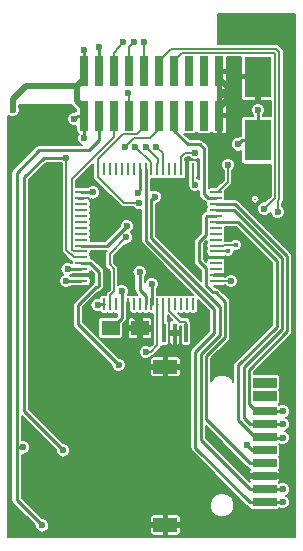
<source format=gbl>
G04 #@! TF.FileFunction,Copper,L2,Bot,Signal*
%FSLAX46Y46*%
G04 Gerber Fmt 4.6, Leading zero omitted, Abs format (unit mm)*
G04 Created by KiCad (PCBNEW 4.0.4-stable) date 01/25/17 01:33:10*
%MOMM*%
%LPD*%
G01*
G04 APERTURE LIST*
%ADD10C,0.100000*%
%ADD11R,1.500000X1.250000*%
%ADD12R,0.740000X2.550000*%
%ADD13R,2.000000X0.700000*%
%ADD14R,2.000000X0.850000*%
%ADD15R,2.000000X1.200000*%
%ADD16R,0.300000X1.600000*%
%ADD17R,2.300000X3.500000*%
%ADD18R,0.250000X1.000000*%
%ADD19R,1.000000X0.250000*%
%ADD20C,0.600000*%
%ADD21C,0.450000*%
%ADD22C,0.150000*%
%ADD23C,0.250000*%
%ADD24C,0.500000*%
%ADD25C,0.200000*%
G04 APERTURE END LIST*
D10*
D11*
X116796500Y-64579500D03*
X119296500Y-64579500D03*
D12*
X114585000Y-42829000D03*
X114585000Y-46579000D03*
X115855000Y-42829000D03*
X115855000Y-46579000D03*
X117125000Y-42829000D03*
X117125000Y-46579000D03*
X118395000Y-42829000D03*
X118395000Y-46579000D03*
X119665000Y-42829000D03*
X119665000Y-46579000D03*
X120935000Y-42829000D03*
X120935000Y-46579000D03*
X122205000Y-42829000D03*
X122205000Y-46579000D03*
X123475000Y-42829000D03*
X123475000Y-46579000D03*
X124745000Y-42829000D03*
X124745000Y-46579000D03*
X126015000Y-42829000D03*
X126015000Y-46579000D03*
D13*
X129838000Y-79299000D03*
X129838000Y-78199000D03*
X129838000Y-77099000D03*
X129838000Y-75999000D03*
X129838000Y-74899000D03*
X129838000Y-73799000D03*
X129838000Y-72699000D03*
X129838000Y-71599000D03*
D14*
X129838000Y-70349000D03*
X129838000Y-69199000D03*
D15*
X121438000Y-81249000D03*
X121438000Y-67849000D03*
D16*
X123187500Y-64960500D03*
X122237500Y-64960500D03*
X121287500Y-64960500D03*
D17*
X129286000Y-48674000D03*
X129286000Y-43274000D03*
D18*
X123765000Y-62532500D03*
X123265000Y-62532500D03*
X122765000Y-62532500D03*
X122265000Y-62532500D03*
X121765000Y-62532500D03*
X121265000Y-62532500D03*
X120765000Y-62532500D03*
X120265000Y-62532500D03*
X119765000Y-62532500D03*
X119265000Y-62532500D03*
X118765000Y-62532500D03*
X118265000Y-62532500D03*
X117765000Y-62532500D03*
X117265000Y-62532500D03*
X116765000Y-62532500D03*
X116265000Y-62532500D03*
D19*
X114315000Y-60582500D03*
X114315000Y-60082500D03*
X114315000Y-59582500D03*
X114315000Y-59082500D03*
X114315000Y-58582500D03*
X114315000Y-58082500D03*
X114315000Y-57582500D03*
X114315000Y-57082500D03*
X114315000Y-56582500D03*
X114315000Y-56082500D03*
X114315000Y-55582500D03*
X114315000Y-55082500D03*
X114315000Y-54582500D03*
X114315000Y-54082500D03*
X114315000Y-53582500D03*
X114315000Y-53082500D03*
D18*
X116265000Y-51132500D03*
X116765000Y-51132500D03*
X117265000Y-51132500D03*
X117765000Y-51132500D03*
X118265000Y-51132500D03*
X118765000Y-51132500D03*
X119265000Y-51132500D03*
X119765000Y-51132500D03*
X120265000Y-51132500D03*
X120765000Y-51132500D03*
X121265000Y-51132500D03*
X121765000Y-51132500D03*
X122265000Y-51132500D03*
X122765000Y-51132500D03*
X123265000Y-51132500D03*
X123765000Y-51132500D03*
D19*
X125715000Y-53082500D03*
X125715000Y-53582500D03*
X125715000Y-54082500D03*
X125715000Y-54582500D03*
X125715000Y-55082500D03*
X125715000Y-55582500D03*
X125715000Y-56082500D03*
X125715000Y-56582500D03*
X125715000Y-57082500D03*
X125715000Y-57582500D03*
X125715000Y-58082500D03*
X125715000Y-58582500D03*
X125715000Y-59082500D03*
X125715000Y-59582500D03*
X125715000Y-60082500D03*
X125715000Y-60582500D03*
D20*
X124881586Y-58584892D03*
X123888500Y-64579500D03*
X123190000Y-68707000D03*
X118872000Y-71374000D03*
X111079280Y-63708280D03*
X122428000Y-78867000D03*
X122809000Y-74930000D03*
X118872000Y-72771000D03*
X113919000Y-71247000D03*
X113538000Y-75946000D03*
X120523000Y-52387500D03*
X117856000Y-55054500D03*
X126746000Y-45212000D03*
X127127000Y-42672000D03*
X124460000Y-54229000D03*
X127635000Y-51435000D03*
X130175000Y-51435000D03*
X124109480Y-56261000D03*
X109601000Y-77724000D03*
X117475000Y-67691000D03*
X110998000Y-81280000D03*
X109347000Y-74676000D03*
X127000000Y-60579000D03*
X117729000Y-61468000D03*
X113157000Y-59563000D03*
X128333500Y-74485500D03*
X115316000Y-53086000D03*
X129286000Y-46101000D03*
X127571500Y-49022000D03*
X114554000Y-41021000D03*
X108521500Y-46101000D03*
X113728500Y-46863000D03*
X114554000Y-48514000D03*
X123952000Y-52451000D03*
X123957080Y-49717960D03*
X126746000Y-50736500D03*
X112776000Y-74930000D03*
X115824000Y-40767000D03*
X113030000Y-50165000D03*
X117856000Y-40386000D03*
X118872000Y-49276000D03*
X118237000Y-44704000D03*
X119761000Y-49276000D03*
X118745000Y-40386000D03*
X118173500Y-55943500D03*
X119189500Y-53975000D03*
X120650000Y-49276000D03*
X119634000Y-40386000D03*
X120269000Y-60833000D03*
X117983000Y-49276000D03*
D21*
X127381000Y-57531000D03*
D20*
X130937000Y-54737000D03*
D21*
X126746000Y-58039000D03*
D20*
X129831913Y-54445087D03*
X119253000Y-59817000D03*
X119771160Y-66598800D03*
X118110000Y-56896000D03*
X115697000Y-62611000D03*
X113030000Y-60579000D03*
X131381500Y-79311500D03*
X131381500Y-78232000D03*
X119156480Y-53091080D03*
X120538240Y-53436520D03*
X131381500Y-73850500D03*
X131381500Y-72707500D03*
X131381500Y-71628000D03*
D22*
X129032000Y-53657500D02*
X129044326Y-53657500D01*
D23*
X114315000Y-60082500D02*
X115073500Y-60082500D01*
X118265000Y-63147000D02*
X119888000Y-64770000D01*
X119888000Y-64770000D02*
X120249000Y-64770000D01*
X115073500Y-60082500D02*
X115316000Y-60325000D01*
X115316000Y-60325000D02*
X115316000Y-60706000D01*
X118265000Y-62532500D02*
X118265000Y-63147000D01*
D22*
X123265000Y-51132500D02*
X123265000Y-51741000D01*
D24*
X126015000Y-45943000D02*
X126746000Y-45212000D01*
D23*
X126015000Y-45943000D02*
X126746000Y-45212000D01*
D22*
X123265000Y-51741000D02*
X121920000Y-53086000D01*
D23*
X126015000Y-46579000D02*
X126015000Y-45943000D01*
D22*
X114315000Y-53582500D02*
X114923500Y-53582500D01*
X114923500Y-53582500D02*
X115443000Y-54102000D01*
D23*
X122364500Y-54229000D02*
X120523000Y-52387500D01*
X124460000Y-54229000D02*
X122364500Y-54229000D01*
D22*
X125715000Y-58582500D02*
X124883978Y-58582500D01*
X124883978Y-58582500D02*
X124881586Y-58584892D01*
D23*
X127762000Y-60071000D02*
X127762000Y-61976000D01*
X127762000Y-61976000D02*
X127635000Y-62103000D01*
D22*
X126353500Y-60082500D02*
X127000000Y-59436000D01*
D23*
X127000000Y-59436000D02*
X127127000Y-59436000D01*
X127127000Y-59436000D02*
X127762000Y-60071000D01*
D22*
X125715000Y-60082500D02*
X126353500Y-60082500D01*
X126970000Y-42829000D02*
X126015000Y-42829000D01*
X127127000Y-42672000D02*
X126970000Y-42829000D01*
D24*
X126746000Y-44196000D02*
X126015000Y-43465000D01*
X126746000Y-45212000D02*
X126746000Y-44196000D01*
X126015000Y-43465000D02*
X126015000Y-42829000D01*
D23*
X111079280Y-63708280D02*
X111125000Y-63754000D01*
X112313720Y-63708280D02*
X111079280Y-63708280D01*
X115316000Y-60706000D02*
X112313720Y-63708280D01*
X114046000Y-62612398D02*
X115570699Y-61087699D01*
X115089500Y-59082500D02*
X114315000Y-59082500D01*
X114808000Y-65024000D02*
X114046000Y-64262000D01*
X117475000Y-67691000D02*
X114808000Y-65024000D01*
X114046000Y-64262000D02*
X114046000Y-62612398D01*
X115570699Y-61087699D02*
X115696301Y-61087699D01*
X115824000Y-59817000D02*
X115089500Y-59082500D01*
X115696301Y-61087699D02*
X115824000Y-60960000D01*
X115824000Y-60960000D02*
X115824000Y-59817000D01*
X108839000Y-74676000D02*
X109347000Y-74676000D01*
X108839000Y-51435000D02*
X108839000Y-74676000D01*
X110998000Y-81280000D02*
X108839000Y-79121000D01*
X108839000Y-74676000D02*
X108839000Y-79121000D01*
X115855000Y-46579000D02*
X115855000Y-48610000D01*
X115855000Y-48610000D02*
X114935000Y-49530000D01*
X110744000Y-49530000D02*
X108839000Y-51435000D01*
X114935000Y-49530000D02*
X110744000Y-49530000D01*
X114315000Y-59582500D02*
X113176500Y-59582500D01*
X113176500Y-59582500D02*
X113157000Y-59563000D01*
X117796500Y-63704500D02*
X116921500Y-64579500D01*
X117765000Y-63611000D02*
X117796500Y-63642500D01*
X117796500Y-63642500D02*
X117796500Y-63704500D01*
X117749000Y-62548500D02*
X117765000Y-62532500D01*
X117765000Y-62532500D02*
X117765000Y-61504000D01*
X117765000Y-61504000D02*
X117729000Y-61468000D01*
X116921500Y-64579500D02*
X116796500Y-64579500D01*
X117765000Y-62532500D02*
X117765000Y-63611000D01*
X129286000Y-48674000D02*
X127919500Y-48674000D01*
X129286000Y-48674000D02*
X129286000Y-46101000D01*
X127919500Y-48674000D02*
X127571500Y-49022000D01*
D22*
X123765000Y-51132500D02*
X123765000Y-52264000D01*
X123765000Y-52264000D02*
X123952000Y-52451000D01*
X126873000Y-60579000D02*
X127000000Y-60579000D01*
X126488500Y-60582500D02*
X126873000Y-60579000D01*
X125715000Y-60582500D02*
X126488500Y-60582500D01*
D23*
X129838000Y-74899000D02*
X128747000Y-74899000D01*
X128747000Y-74899000D02*
X128333500Y-74485500D01*
D24*
X113919000Y-45339000D02*
X113919000Y-44069000D01*
X114585000Y-46005000D02*
X113919000Y-45339000D01*
X114585000Y-46579000D02*
X114585000Y-46005000D01*
X113919000Y-44069000D02*
X114585000Y-43403000D01*
X114585000Y-43403000D02*
X114585000Y-42829000D01*
D23*
X114585000Y-41052000D02*
X114554000Y-41021000D01*
X114585000Y-42829000D02*
X114585000Y-41052000D01*
D24*
X108521500Y-45212000D02*
X108521500Y-46101000D01*
X109664500Y-44069000D02*
X108521500Y-45212000D01*
D23*
X114585000Y-46579000D02*
X114012500Y-46579000D01*
X114012500Y-46579000D02*
X113728500Y-46863000D01*
X114585000Y-46579000D02*
X114585000Y-48483000D01*
X114585000Y-48483000D02*
X114554000Y-48514000D01*
X114315000Y-53082500D02*
X115312500Y-53082500D01*
X115312500Y-53082500D02*
X115316000Y-53086000D01*
D24*
X113919000Y-44069000D02*
X109664500Y-44069000D01*
D22*
X122765000Y-51132500D02*
X122765000Y-50082000D01*
X122765000Y-50082000D02*
X123129040Y-49717960D01*
X123129040Y-49717960D02*
X123957080Y-49717960D01*
X126746000Y-50736500D02*
X126746000Y-52197000D01*
X125860500Y-53082500D02*
X125715000Y-53082500D01*
X126746000Y-52197000D02*
X125860500Y-53082500D01*
X113665000Y-58582500D02*
X113030000Y-57947500D01*
X114315000Y-58582500D02*
X113665000Y-58582500D01*
D23*
X115824000Y-40767000D02*
X115855000Y-40798000D01*
X115855000Y-40798000D02*
X115855000Y-42829000D01*
X112776000Y-74930000D02*
X109474000Y-71628000D01*
X109474000Y-71628000D02*
X109474000Y-51816000D01*
D22*
X113030000Y-50589264D02*
X113030000Y-50165000D01*
D23*
X111125000Y-50165000D02*
X113030000Y-50165000D01*
X109474000Y-51816000D02*
X111125000Y-50165000D01*
D22*
X113030000Y-57947500D02*
X113030000Y-50589264D01*
X113539999Y-57957499D02*
X113539999Y-51954023D01*
X113665000Y-58082500D02*
X113539999Y-57957499D01*
X114315000Y-58082500D02*
X113665000Y-58082500D01*
X113539999Y-51954023D02*
X117125000Y-48369022D01*
X117125000Y-48369022D02*
X117125000Y-48102000D01*
X117125000Y-48102000D02*
X117125000Y-46579000D01*
X117856000Y-40386000D02*
X117125000Y-41244000D01*
X117125000Y-42829000D02*
X117125000Y-41244000D01*
X118872000Y-49276000D02*
X120265000Y-50542000D01*
X120265000Y-50542000D02*
X120265000Y-51132500D01*
X118395000Y-46579000D02*
X118395000Y-44862000D01*
X118395000Y-44862000D02*
X118237000Y-44704000D01*
X120765000Y-51132500D02*
X120777000Y-50292000D01*
X119761000Y-49276000D02*
X120777000Y-50292000D01*
X118364000Y-40767000D02*
X118364000Y-42798000D01*
X118745000Y-40386000D02*
X118364000Y-40767000D01*
X118364000Y-42798000D02*
X118395000Y-42829000D01*
D23*
X114315000Y-57582500D02*
X116534500Y-57582500D01*
X116534500Y-57582500D02*
X118173500Y-55943500D01*
D22*
X117919500Y-53975000D02*
X119189500Y-53975000D01*
X115697000Y-51752500D02*
X117919500Y-53975000D01*
X118999000Y-48133000D02*
X117856000Y-48133000D01*
X117856000Y-48133000D02*
X117221000Y-48768000D01*
X118999000Y-48133000D02*
X119665000Y-47467000D01*
X119665000Y-46579000D02*
X119665000Y-47467000D01*
X115697000Y-50292000D02*
X115697000Y-51752500D01*
X117221000Y-48768000D02*
X115697000Y-50292000D01*
X121265000Y-51132500D02*
X121265000Y-49764000D01*
X120650000Y-49276000D02*
X121265000Y-49764000D01*
X119665000Y-40417000D02*
X119665000Y-42829000D01*
X119634000Y-40386000D02*
X119665000Y-40417000D01*
X120935000Y-46579000D02*
X120935000Y-47721000D01*
X120935000Y-47721000D02*
X120142000Y-48514000D01*
X120142000Y-48514000D02*
X118745000Y-48514000D01*
X118745000Y-48514000D02*
X117983000Y-49276000D01*
D23*
X120269000Y-60833000D02*
X120269000Y-62528500D01*
X120269000Y-62528500D02*
X120265000Y-62532500D01*
D22*
X126365000Y-57531000D02*
X127381000Y-57531000D01*
X125715000Y-57582500D02*
X126313500Y-57582500D01*
X126313500Y-57582500D02*
X126365000Y-57531000D01*
X120935000Y-41924000D02*
X120935000Y-42829000D01*
X121960011Y-40898989D02*
X120935000Y-41924000D01*
X131100011Y-53671977D02*
X131100011Y-41198021D01*
X131100011Y-41198021D02*
X130800979Y-40898989D01*
X130937000Y-53834988D02*
X131100011Y-53671977D01*
X130800979Y-40898989D02*
X121960011Y-40898989D01*
X130937000Y-54737000D02*
X130937000Y-53834988D01*
D23*
X122205000Y-47910000D02*
X123317000Y-49022000D01*
X124714000Y-49403000D02*
X124714000Y-53213000D01*
X124714000Y-53213000D02*
X125083500Y-53582500D01*
X125083500Y-53582500D02*
X125715000Y-53582500D01*
X124333000Y-49022000D02*
X124714000Y-49403000D01*
X123317000Y-49022000D02*
X124333000Y-49022000D01*
X122205000Y-46579000D02*
X122205000Y-47910000D01*
D22*
X125715000Y-58082500D02*
X126702500Y-58082500D01*
X126746000Y-58039000D02*
X126702500Y-58082500D01*
X130750001Y-41342999D02*
X130656001Y-41248999D01*
X122205000Y-41924000D02*
X122205000Y-42829000D01*
X130750001Y-53526999D02*
X130750001Y-41342999D01*
X130656001Y-41248999D02*
X122880001Y-41248999D01*
X122880001Y-41248999D02*
X122205000Y-41924000D01*
X129831913Y-54445087D02*
X130750001Y-53526999D01*
D23*
X119761000Y-61824500D02*
X119761000Y-62528500D01*
X119253000Y-61316500D02*
X119761000Y-61824500D01*
X119253000Y-59817000D02*
X119253000Y-61316500D01*
X119761000Y-62528500D02*
X119765000Y-62532500D01*
D22*
X119771160Y-66598800D02*
X120195424Y-66598800D01*
X120765000Y-66029224D02*
X120765000Y-63182500D01*
X120195424Y-66598800D02*
X120765000Y-66029224D01*
X120811320Y-62578820D02*
X120765000Y-62532500D01*
X120765000Y-63182500D02*
X120765000Y-62532500D01*
X123187500Y-64010500D02*
X122692999Y-64010500D01*
X121765000Y-63082501D02*
X121765000Y-62532500D01*
X123187500Y-64960500D02*
X123187500Y-64010500D01*
X122692999Y-64010500D02*
X121765000Y-63082501D01*
X121265000Y-62532500D02*
X121265000Y-64938000D01*
X121265000Y-64938000D02*
X121287500Y-64960500D01*
X116765000Y-61797000D02*
X116765000Y-62532500D01*
X117094000Y-61468000D02*
X116765000Y-61797000D01*
X116713000Y-62480500D02*
X116765000Y-62532500D01*
X116713000Y-59182000D02*
X117094000Y-59563000D01*
X117094000Y-59563000D02*
X117094000Y-61468000D01*
X116713000Y-59182000D02*
X116713000Y-58293000D01*
X116713000Y-58293000D02*
X118110000Y-56896000D01*
D23*
X115775500Y-62532500D02*
X116265000Y-62532500D01*
X115697000Y-62611000D02*
X115775500Y-62532500D01*
X113033500Y-60582500D02*
X114315000Y-60582500D01*
X113030000Y-60579000D02*
X113033500Y-60582500D01*
X123989981Y-66570699D02*
X125591980Y-64968700D01*
X128588000Y-79299000D02*
X123989980Y-74700980D01*
X129850500Y-79311500D02*
X129838000Y-79299000D01*
X129838000Y-79299000D02*
X128588000Y-79299000D01*
X131381500Y-79311500D02*
X129850500Y-79311500D01*
X123989980Y-74700980D02*
X123989981Y-66570699D01*
X125591980Y-64968700D02*
X125591980Y-62942302D01*
X119814999Y-51932499D02*
X119765000Y-51882500D01*
X119765000Y-51882500D02*
X119765000Y-51132500D01*
X119814999Y-57165321D02*
X119814999Y-51932499D01*
X125591980Y-62942302D02*
X119814999Y-57165321D01*
X120265009Y-53597991D02*
X120376769Y-53597991D01*
X119156480Y-53091080D02*
X119156480Y-52959000D01*
X120376769Y-53597991D02*
X120538240Y-53436520D01*
X120265009Y-56955509D02*
X120265009Y-53597991D01*
X120289044Y-57002956D02*
X120289044Y-56979544D01*
X120289044Y-56979544D02*
X120265009Y-56955509D01*
X128588000Y-78199000D02*
X124439989Y-74050989D01*
X124439990Y-66757100D02*
X126041990Y-65155100D01*
X129838000Y-78199000D02*
X128588000Y-78199000D01*
X131381500Y-78232000D02*
X129871000Y-78232000D01*
X129871000Y-78232000D02*
X129838000Y-78199000D01*
X124439989Y-74050989D02*
X124439990Y-66757100D01*
X126041990Y-65155100D02*
X126041990Y-62755902D01*
X119156480Y-52959000D02*
X119265000Y-52850480D01*
X119265000Y-52850480D02*
X119265000Y-51882500D01*
X119265000Y-51882500D02*
X119265000Y-51132500D01*
X126041990Y-62755902D02*
X120289044Y-57002956D01*
X124965000Y-55082500D02*
X125715000Y-55082500D01*
X124889999Y-55157501D02*
X124965000Y-55082500D01*
X124889999Y-56656501D02*
X124889999Y-55157501D01*
X124256585Y-57289915D02*
X124889999Y-56656501D01*
X124889999Y-59518307D02*
X124256585Y-58884893D01*
X124256585Y-58884893D02*
X124256585Y-57289915D01*
X124889999Y-60967501D02*
X124889999Y-59518307D01*
X125702502Y-61531500D02*
X125453998Y-61531500D01*
X125453998Y-61531500D02*
X124889999Y-60967501D01*
X128588000Y-75999000D02*
X124889999Y-72300999D01*
X124889999Y-72300999D02*
X124889999Y-66943501D01*
X124889999Y-66943501D02*
X126492000Y-65341500D01*
X129838000Y-75999000D02*
X128588000Y-75999000D01*
X126492000Y-65341500D02*
X126492000Y-62320998D01*
X126492000Y-62320998D02*
X125702502Y-61531500D01*
X127588680Y-55582500D02*
X125715000Y-55582500D01*
X129051590Y-73799000D02*
X127612980Y-72360388D01*
X129889500Y-73850500D02*
X129838000Y-73799000D01*
X129838000Y-73799000D02*
X129051590Y-73799000D01*
X131381500Y-73850500D02*
X129889500Y-73850500D01*
X127612980Y-72360388D02*
X127612981Y-67710199D01*
X127612981Y-67710199D02*
X130862480Y-64460700D01*
X130862480Y-58856300D02*
X127588680Y-55582500D01*
X130862480Y-64460700D02*
X130862480Y-58856300D01*
X127225090Y-54582500D02*
X125715000Y-54582500D01*
X129838000Y-72699000D02*
X128588000Y-72699000D01*
X128588000Y-72699000D02*
X128062989Y-72173989D01*
X131381500Y-72707500D02*
X129846500Y-72707500D01*
X129846500Y-72707500D02*
X129838000Y-72699000D01*
X128062989Y-72173989D02*
X128062990Y-67896600D01*
X131312490Y-64647100D02*
X131312490Y-58669900D01*
X128062990Y-67896600D02*
X131312490Y-64647100D01*
X131312490Y-58669900D02*
X127225090Y-54582500D01*
X127361500Y-54082500D02*
X125715000Y-54082500D01*
X129838000Y-71599000D02*
X129077998Y-71599000D01*
X131381500Y-71628000D02*
X129867000Y-71628000D01*
X129867000Y-71628000D02*
X129838000Y-71599000D01*
X129077998Y-71599000D02*
X128512999Y-71034001D01*
X128512999Y-71034001D02*
X128512999Y-68083001D01*
X131762500Y-64833500D02*
X131762500Y-58483500D01*
X128512999Y-68083001D02*
X131762500Y-64833500D01*
X131762500Y-58483500D02*
X127361500Y-54082500D01*
D25*
G36*
X132402500Y-82228500D02*
X108152500Y-82228500D01*
X108152500Y-46580626D01*
X108181183Y-46609359D01*
X108401629Y-46700896D01*
X108640324Y-46701104D01*
X108860929Y-46609952D01*
X109029859Y-46441317D01*
X109121396Y-46220871D01*
X109121604Y-45982176D01*
X109071500Y-45860915D01*
X109071500Y-45693000D01*
X113506766Y-45693000D01*
X113530091Y-45727909D01*
X113909123Y-46106941D01*
X113909123Y-46174563D01*
X113849859Y-46186351D01*
X113735138Y-46263005D01*
X113609676Y-46262896D01*
X113389071Y-46354048D01*
X113220141Y-46522683D01*
X113128604Y-46743129D01*
X113128396Y-46981824D01*
X113219548Y-47202429D01*
X113388183Y-47371359D01*
X113608629Y-47462896D01*
X113847324Y-47463104D01*
X113909123Y-47437569D01*
X113909123Y-47854000D01*
X113930042Y-47965173D01*
X113995745Y-48067279D01*
X114088645Y-48130754D01*
X114045641Y-48173683D01*
X113954104Y-48394129D01*
X113953896Y-48632824D01*
X114045048Y-48853429D01*
X114213683Y-49022359D01*
X114412705Y-49105000D01*
X110744000Y-49105000D01*
X110581359Y-49137351D01*
X110443480Y-49229480D01*
X108538480Y-51134480D01*
X108446351Y-51272359D01*
X108446351Y-51272360D01*
X108414000Y-51435000D01*
X108414000Y-79121000D01*
X108440984Y-79256657D01*
X108446351Y-79283641D01*
X108538480Y-79421520D01*
X110397999Y-81281039D01*
X110397896Y-81398824D01*
X110489048Y-81619429D01*
X110657683Y-81788359D01*
X110878129Y-81879896D01*
X111116824Y-81880104D01*
X111337429Y-81788952D01*
X111506359Y-81620317D01*
X111565454Y-81478000D01*
X120138000Y-81478000D01*
X120138000Y-81908674D01*
X120183672Y-82018937D01*
X120268064Y-82103328D01*
X120378327Y-82149000D01*
X121209000Y-82149000D01*
X121284000Y-82074000D01*
X121284000Y-81403000D01*
X121592000Y-81403000D01*
X121592000Y-82074000D01*
X121667000Y-82149000D01*
X122497673Y-82149000D01*
X122607936Y-82103328D01*
X122692328Y-82018937D01*
X122738000Y-81908674D01*
X122738000Y-81478000D01*
X122663000Y-81403000D01*
X121592000Y-81403000D01*
X121284000Y-81403000D01*
X120213000Y-81403000D01*
X120138000Y-81478000D01*
X111565454Y-81478000D01*
X111597896Y-81399871D01*
X111598104Y-81161176D01*
X111506952Y-80940571D01*
X111338317Y-80771641D01*
X111117871Y-80680104D01*
X110999040Y-80680000D01*
X110908366Y-80589326D01*
X120138000Y-80589326D01*
X120138000Y-81020000D01*
X120213000Y-81095000D01*
X121284000Y-81095000D01*
X121284000Y-80424000D01*
X121592000Y-80424000D01*
X121592000Y-81095000D01*
X122663000Y-81095000D01*
X122738000Y-81020000D01*
X122738000Y-80589326D01*
X122692328Y-80479063D01*
X122607936Y-80394672D01*
X122497673Y-80349000D01*
X121667000Y-80349000D01*
X121592000Y-80424000D01*
X121284000Y-80424000D01*
X121209000Y-80349000D01*
X120378327Y-80349000D01*
X120268064Y-80394672D01*
X120183672Y-80479063D01*
X120138000Y-80589326D01*
X110908366Y-80589326D01*
X110075982Y-79756942D01*
X125187818Y-79756942D01*
X125347334Y-80143000D01*
X125642446Y-80438628D01*
X126028226Y-80598818D01*
X126445942Y-80599182D01*
X126832000Y-80439666D01*
X127127628Y-80144554D01*
X127287818Y-79758774D01*
X127288182Y-79341058D01*
X127128666Y-78955000D01*
X126833554Y-78659372D01*
X126447774Y-78499182D01*
X126030058Y-78498818D01*
X125644000Y-78658334D01*
X125348372Y-78953446D01*
X125188182Y-79339226D01*
X125187818Y-79756942D01*
X110075982Y-79756942D01*
X109264000Y-78944960D01*
X109264000Y-75275928D01*
X109465824Y-75276104D01*
X109686429Y-75184952D01*
X109855359Y-75016317D01*
X109946896Y-74795871D01*
X109947104Y-74557176D01*
X109855952Y-74336571D01*
X109687317Y-74167641D01*
X109466871Y-74076104D01*
X109264000Y-74075927D01*
X109264000Y-72019040D01*
X112175999Y-74931040D01*
X112175896Y-75048824D01*
X112267048Y-75269429D01*
X112435683Y-75438359D01*
X112656129Y-75529896D01*
X112894824Y-75530104D01*
X113115429Y-75438952D01*
X113284359Y-75270317D01*
X113375896Y-75049871D01*
X113376104Y-74811176D01*
X113284952Y-74590571D01*
X113116317Y-74421641D01*
X112895871Y-74330104D01*
X112777041Y-74330000D01*
X109899000Y-71451960D01*
X109899000Y-51992040D01*
X111301041Y-50590000D01*
X112606470Y-50590000D01*
X112655000Y-50638615D01*
X112655000Y-57947500D01*
X112683545Y-58091007D01*
X112764835Y-58212665D01*
X113399835Y-58847665D01*
X113515689Y-58925076D01*
X113509123Y-58957500D01*
X113509123Y-59066468D01*
X113497317Y-59054641D01*
X113276871Y-58963104D01*
X113038176Y-58962896D01*
X112817571Y-59054048D01*
X112648641Y-59222683D01*
X112557104Y-59443129D01*
X112556896Y-59681824D01*
X112648048Y-59902429D01*
X112778929Y-60033539D01*
X112690571Y-60070048D01*
X112521641Y-60238683D01*
X112430104Y-60459129D01*
X112429896Y-60697824D01*
X112521048Y-60918429D01*
X112689683Y-61087359D01*
X112910129Y-61178896D01*
X113148824Y-61179104D01*
X113369429Y-61087952D01*
X113450022Y-61007500D01*
X113785979Y-61007500D01*
X113815000Y-61013377D01*
X114815000Y-61013377D01*
X114926173Y-60992458D01*
X115028279Y-60926755D01*
X115096778Y-60826503D01*
X115120877Y-60707500D01*
X115120877Y-60457500D01*
X115099958Y-60346327D01*
X115089163Y-60329550D01*
X115115000Y-60267173D01*
X115115000Y-60220000D01*
X115040000Y-60145000D01*
X114469000Y-60145000D01*
X114469000Y-60151623D01*
X114161000Y-60151623D01*
X114161000Y-60145000D01*
X113590000Y-60145000D01*
X113577500Y-60157500D01*
X113457024Y-60157500D01*
X113408071Y-60108461D01*
X113496429Y-60071952D01*
X113560994Y-60007500D01*
X113577500Y-60007500D01*
X113590000Y-60020000D01*
X114161000Y-60020000D01*
X114161000Y-60013377D01*
X114469000Y-60013377D01*
X114469000Y-60020000D01*
X115040000Y-60020000D01*
X115115000Y-59945000D01*
X115115000Y-59897827D01*
X115089730Y-59836819D01*
X115096778Y-59826503D01*
X115119628Y-59713668D01*
X115399000Y-59993040D01*
X115399000Y-60701102D01*
X115270179Y-60787179D01*
X113745480Y-62311878D01*
X113653351Y-62449757D01*
X113652232Y-62455382D01*
X113621000Y-62612398D01*
X113621000Y-64262000D01*
X113624378Y-64278980D01*
X113653351Y-64424641D01*
X113745480Y-64562520D01*
X114507480Y-65324521D01*
X114507483Y-65324523D01*
X116874999Y-67692040D01*
X116874896Y-67809824D01*
X116966048Y-68030429D01*
X117134683Y-68199359D01*
X117355129Y-68290896D01*
X117593824Y-68291104D01*
X117814429Y-68199952D01*
X117936594Y-68078000D01*
X120138000Y-68078000D01*
X120138000Y-68508674D01*
X120183672Y-68618937D01*
X120268064Y-68703328D01*
X120378327Y-68749000D01*
X121209000Y-68749000D01*
X121284000Y-68674000D01*
X121284000Y-68003000D01*
X121592000Y-68003000D01*
X121592000Y-68674000D01*
X121667000Y-68749000D01*
X122497673Y-68749000D01*
X122607936Y-68703328D01*
X122692328Y-68618937D01*
X122738000Y-68508674D01*
X122738000Y-68078000D01*
X122663000Y-68003000D01*
X121592000Y-68003000D01*
X121284000Y-68003000D01*
X120213000Y-68003000D01*
X120138000Y-68078000D01*
X117936594Y-68078000D01*
X117983359Y-68031317D01*
X118074896Y-67810871D01*
X118075104Y-67572176D01*
X117983952Y-67351571D01*
X117815317Y-67182641D01*
X117594871Y-67091104D01*
X117476041Y-67091000D01*
X115108523Y-64723483D01*
X115108521Y-64723480D01*
X114471000Y-64085960D01*
X114471000Y-62788438D01*
X115759263Y-61500175D01*
X115831958Y-61485715D01*
X115858942Y-61480348D01*
X115996821Y-61388219D01*
X116124521Y-61260520D01*
X116216649Y-61122641D01*
X116249000Y-60960000D01*
X116249000Y-59817000D01*
X116227219Y-59707500D01*
X116216649Y-59654359D01*
X116124520Y-59516480D01*
X115390020Y-58781980D01*
X115252141Y-58689851D01*
X115225157Y-58684484D01*
X115120877Y-58663741D01*
X115120877Y-58457500D01*
X115099958Y-58346327D01*
X115091846Y-58333721D01*
X115096778Y-58326503D01*
X115120877Y-58207500D01*
X115120877Y-58007500D01*
X116468170Y-58007500D01*
X116447835Y-58027835D01*
X116366545Y-58149493D01*
X116351991Y-58222664D01*
X116338000Y-58293000D01*
X116338000Y-59182000D01*
X116366545Y-59325507D01*
X116447835Y-59447165D01*
X116719000Y-59718330D01*
X116719000Y-61312670D01*
X116499835Y-61531835D01*
X116418545Y-61653493D01*
X116403457Y-61729348D01*
X116390000Y-61726623D01*
X116140000Y-61726623D01*
X116028827Y-61747542D01*
X115926721Y-61813245D01*
X115858222Y-61913497D01*
X115836782Y-62019372D01*
X115816871Y-62011104D01*
X115578176Y-62010896D01*
X115357571Y-62102048D01*
X115188641Y-62270683D01*
X115097104Y-62491129D01*
X115096896Y-62729824D01*
X115188048Y-62950429D01*
X115356683Y-63119359D01*
X115577129Y-63210896D01*
X115815824Y-63211104D01*
X115881082Y-63184140D01*
X115920745Y-63245779D01*
X116020997Y-63314278D01*
X116140000Y-63338377D01*
X116390000Y-63338377D01*
X116501173Y-63317458D01*
X116513779Y-63309346D01*
X116520997Y-63314278D01*
X116640000Y-63338377D01*
X116890000Y-63338377D01*
X117001173Y-63317458D01*
X117013779Y-63309346D01*
X117020997Y-63314278D01*
X117140000Y-63338377D01*
X117340000Y-63338377D01*
X117340000Y-63559960D01*
X117251337Y-63648623D01*
X116046500Y-63648623D01*
X115935327Y-63669542D01*
X115833221Y-63735245D01*
X115764722Y-63835497D01*
X115740623Y-63954500D01*
X115740623Y-65204500D01*
X115761542Y-65315673D01*
X115827245Y-65417779D01*
X115927497Y-65486278D01*
X116046500Y-65510377D01*
X117546500Y-65510377D01*
X117657673Y-65489458D01*
X117759779Y-65423755D01*
X117828278Y-65323503D01*
X117852377Y-65204500D01*
X117852377Y-64808500D01*
X118246500Y-64808500D01*
X118246500Y-65264173D01*
X118292172Y-65374436D01*
X118376563Y-65458828D01*
X118486826Y-65504500D01*
X119067500Y-65504500D01*
X119142500Y-65429500D01*
X119142500Y-64733500D01*
X119450500Y-64733500D01*
X119450500Y-65429500D01*
X119525500Y-65504500D01*
X120106174Y-65504500D01*
X120216437Y-65458828D01*
X120300828Y-65374436D01*
X120346500Y-65264173D01*
X120346500Y-64808500D01*
X120271500Y-64733500D01*
X119450500Y-64733500D01*
X119142500Y-64733500D01*
X118321500Y-64733500D01*
X118246500Y-64808500D01*
X117852377Y-64808500D01*
X117852377Y-64249663D01*
X118097020Y-64005020D01*
X118170649Y-63894827D01*
X118246500Y-63894827D01*
X118246500Y-64350500D01*
X118321500Y-64425500D01*
X119142500Y-64425500D01*
X119142500Y-63729500D01*
X119450500Y-63729500D01*
X119450500Y-64425500D01*
X120271500Y-64425500D01*
X120346500Y-64350500D01*
X120346500Y-63894827D01*
X120300828Y-63784564D01*
X120216437Y-63700172D01*
X120106174Y-63654500D01*
X119525500Y-63654500D01*
X119450500Y-63729500D01*
X119142500Y-63729500D01*
X119067500Y-63654500D01*
X118486826Y-63654500D01*
X118376563Y-63700172D01*
X118292172Y-63784564D01*
X118246500Y-63894827D01*
X118170649Y-63894827D01*
X118189149Y-63867141D01*
X118221500Y-63704500D01*
X118221500Y-63642500D01*
X118190000Y-63484138D01*
X118190000Y-63270000D01*
X118202500Y-63257500D01*
X118202500Y-62686500D01*
X118195877Y-62686500D01*
X118195877Y-62378500D01*
X118202500Y-62378500D01*
X118202500Y-62358500D01*
X118327500Y-62358500D01*
X118327500Y-62378500D01*
X118334123Y-62378500D01*
X118334123Y-62686500D01*
X118327500Y-62686500D01*
X118327500Y-63257500D01*
X118402500Y-63332500D01*
X118449673Y-63332500D01*
X118510681Y-63307230D01*
X118520997Y-63314278D01*
X118640000Y-63338377D01*
X118890000Y-63338377D01*
X119001173Y-63317458D01*
X119013779Y-63309346D01*
X119020997Y-63314278D01*
X119140000Y-63338377D01*
X119390000Y-63338377D01*
X119501173Y-63317458D01*
X119513779Y-63309346D01*
X119520997Y-63314278D01*
X119640000Y-63338377D01*
X119890000Y-63338377D01*
X120001173Y-63317458D01*
X120013779Y-63309346D01*
X120020997Y-63314278D01*
X120140000Y-63338377D01*
X120390000Y-63338377D01*
X120390000Y-65873894D01*
X120142438Y-66121456D01*
X120111477Y-66090441D01*
X119891031Y-65998904D01*
X119652336Y-65998696D01*
X119431731Y-66089848D01*
X119262801Y-66258483D01*
X119171264Y-66478929D01*
X119171056Y-66717624D01*
X119262208Y-66938229D01*
X119430843Y-67107159D01*
X119651289Y-67198696D01*
X119889984Y-67198904D01*
X119913164Y-67189326D01*
X120138000Y-67189326D01*
X120138000Y-67620000D01*
X120213000Y-67695000D01*
X121284000Y-67695000D01*
X121284000Y-67024000D01*
X121592000Y-67024000D01*
X121592000Y-67695000D01*
X122663000Y-67695000D01*
X122738000Y-67620000D01*
X122738000Y-67189326D01*
X122692328Y-67079063D01*
X122607936Y-66994672D01*
X122497673Y-66949000D01*
X121667000Y-66949000D01*
X121592000Y-67024000D01*
X121284000Y-67024000D01*
X121209000Y-66949000D01*
X120378327Y-66949000D01*
X120268064Y-66994672D01*
X120183672Y-67079063D01*
X120138000Y-67189326D01*
X119913164Y-67189326D01*
X120110589Y-67107752D01*
X120257056Y-66961541D01*
X120338931Y-66945255D01*
X120460589Y-66863965D01*
X121030165Y-66294389D01*
X121111455Y-66172731D01*
X121132799Y-66065425D01*
X121137500Y-66066377D01*
X121437500Y-66066377D01*
X121548673Y-66045458D01*
X121650779Y-65979755D01*
X121719278Y-65879503D01*
X121743377Y-65760500D01*
X121743377Y-65189500D01*
X121787500Y-65189500D01*
X121787500Y-65820173D01*
X121833172Y-65930436D01*
X121917563Y-66014828D01*
X122027826Y-66060500D01*
X122087500Y-66060500D01*
X122162500Y-65985500D01*
X122162500Y-65114500D01*
X122312500Y-65114500D01*
X122312500Y-65985500D01*
X122387500Y-66060500D01*
X122447174Y-66060500D01*
X122557437Y-66014828D01*
X122641828Y-65930436D01*
X122687500Y-65820173D01*
X122687500Y-65189500D01*
X122612500Y-65114500D01*
X122312500Y-65114500D01*
X122162500Y-65114500D01*
X121862500Y-65114500D01*
X121787500Y-65189500D01*
X121743377Y-65189500D01*
X121743377Y-64160500D01*
X121722458Y-64049327D01*
X121656755Y-63947221D01*
X121640000Y-63935773D01*
X121640000Y-63487831D01*
X122017108Y-63864939D01*
X121917563Y-63906172D01*
X121833172Y-63990564D01*
X121787500Y-64100827D01*
X121787500Y-64731500D01*
X121862500Y-64806500D01*
X122162500Y-64806500D01*
X122162500Y-64786500D01*
X122312500Y-64786500D01*
X122312500Y-64806500D01*
X122612500Y-64806500D01*
X122687500Y-64731500D01*
X122687500Y-64384406D01*
X122692999Y-64385500D01*
X122731623Y-64385500D01*
X122731623Y-65760500D01*
X122752542Y-65871673D01*
X122818245Y-65973779D01*
X122918497Y-66042278D01*
X123037500Y-66066377D01*
X123337500Y-66066377D01*
X123448673Y-66045458D01*
X123550779Y-65979755D01*
X123619278Y-65879503D01*
X123643377Y-65760500D01*
X123643377Y-64160500D01*
X123622458Y-64049327D01*
X123556755Y-63947221D01*
X123548837Y-63941811D01*
X123533955Y-63866994D01*
X123452665Y-63745335D01*
X123331006Y-63664045D01*
X123187500Y-63635500D01*
X122848329Y-63635500D01*
X122528659Y-63315830D01*
X122640000Y-63338377D01*
X122890000Y-63338377D01*
X123001173Y-63317458D01*
X123013779Y-63309346D01*
X123020997Y-63314278D01*
X123140000Y-63338377D01*
X123390000Y-63338377D01*
X123501173Y-63317458D01*
X123513779Y-63309346D01*
X123520997Y-63314278D01*
X123640000Y-63338377D01*
X123890000Y-63338377D01*
X124001173Y-63317458D01*
X124103279Y-63251755D01*
X124171778Y-63151503D01*
X124195877Y-63032500D01*
X124195877Y-62147239D01*
X125166980Y-63118342D01*
X125166980Y-64792659D01*
X123689461Y-66270179D01*
X123597332Y-66408058D01*
X123597332Y-66408059D01*
X123564981Y-66570699D01*
X123564980Y-74700980D01*
X123583647Y-74794824D01*
X123597331Y-74863621D01*
X123689460Y-75001500D01*
X128287479Y-79599520D01*
X128379608Y-79661078D01*
X128425360Y-79691649D01*
X128544611Y-79715370D01*
X128553042Y-79760173D01*
X128618745Y-79862279D01*
X128718997Y-79930778D01*
X128838000Y-79954877D01*
X130838000Y-79954877D01*
X130949173Y-79933958D01*
X131051279Y-79868255D01*
X131074807Y-79833821D01*
X131261629Y-79911396D01*
X131500324Y-79911604D01*
X131720929Y-79820452D01*
X131889859Y-79651817D01*
X131981396Y-79431371D01*
X131981604Y-79192676D01*
X131890452Y-78972071D01*
X131721817Y-78803141D01*
X131646305Y-78771786D01*
X131720929Y-78740952D01*
X131889859Y-78572317D01*
X131981396Y-78351871D01*
X131981604Y-78113176D01*
X131890452Y-77892571D01*
X131721817Y-77723641D01*
X131501371Y-77632104D01*
X131262676Y-77631896D01*
X131098456Y-77699750D01*
X131064416Y-77646849D01*
X131092328Y-77618937D01*
X131138000Y-77508674D01*
X131138000Y-77328000D01*
X131063000Y-77253000D01*
X129992000Y-77253000D01*
X129992000Y-77273000D01*
X129684000Y-77273000D01*
X129684000Y-77253000D01*
X128613000Y-77253000D01*
X128538000Y-77328000D01*
X128538000Y-77508674D01*
X128565778Y-77575737D01*
X124864989Y-73874949D01*
X124864989Y-72877029D01*
X128287479Y-76299520D01*
X128379608Y-76361078D01*
X128425360Y-76391649D01*
X128544611Y-76415370D01*
X128553042Y-76460173D01*
X128611584Y-76551151D01*
X128583672Y-76579063D01*
X128538000Y-76689326D01*
X128538000Y-76870000D01*
X128613000Y-76945000D01*
X129684000Y-76945000D01*
X129684000Y-76925000D01*
X129992000Y-76925000D01*
X129992000Y-76945000D01*
X131063000Y-76945000D01*
X131138000Y-76870000D01*
X131138000Y-76689326D01*
X131092328Y-76579063D01*
X131063554Y-76550290D01*
X131119778Y-76468003D01*
X131143877Y-76349000D01*
X131143877Y-75649000D01*
X131122958Y-75537827D01*
X131065138Y-75447972D01*
X131119778Y-75368003D01*
X131143877Y-75249000D01*
X131143877Y-74549000D01*
X131122958Y-74437827D01*
X131083433Y-74376403D01*
X131261629Y-74450396D01*
X131500324Y-74450604D01*
X131720929Y-74359452D01*
X131889859Y-74190817D01*
X131981396Y-73970371D01*
X131981604Y-73731676D01*
X131890452Y-73511071D01*
X131721817Y-73342141D01*
X131569654Y-73278957D01*
X131720929Y-73216452D01*
X131889859Y-73047817D01*
X131981396Y-72827371D01*
X131981604Y-72588676D01*
X131890452Y-72368071D01*
X131721817Y-72199141D01*
X131646305Y-72167786D01*
X131720929Y-72136952D01*
X131889859Y-71968317D01*
X131981396Y-71747871D01*
X131981604Y-71509176D01*
X131890452Y-71288571D01*
X131721817Y-71119641D01*
X131501371Y-71028104D01*
X131262676Y-71027896D01*
X131096423Y-71096590D01*
X131057255Y-71035721D01*
X131022349Y-71011871D01*
X131051279Y-70993255D01*
X131119778Y-70893003D01*
X131143877Y-70774000D01*
X131143877Y-69924000D01*
X131122958Y-69812827D01*
X131098277Y-69774471D01*
X131119778Y-69743003D01*
X131143877Y-69624000D01*
X131143877Y-68774000D01*
X131122958Y-68662827D01*
X131057255Y-68560721D01*
X130957003Y-68492222D01*
X130838000Y-68468123D01*
X128937999Y-68468123D01*
X128937999Y-68259041D01*
X132063020Y-65134021D01*
X132149563Y-65004500D01*
X132155149Y-64996140D01*
X132187500Y-64833500D01*
X132187500Y-58483500D01*
X132183552Y-58463651D01*
X132155149Y-58320859D01*
X132063020Y-58182980D01*
X127662020Y-53781980D01*
X127524141Y-53689851D01*
X127497157Y-53684484D01*
X127361500Y-53657500D01*
X128657000Y-53657500D01*
X128685545Y-53801006D01*
X128766835Y-53922665D01*
X128888494Y-54003955D01*
X129032000Y-54032500D01*
X129044326Y-54032500D01*
X129187832Y-54003955D01*
X129309491Y-53922665D01*
X129390781Y-53801006D01*
X129419326Y-53657500D01*
X129390781Y-53513994D01*
X129309491Y-53392335D01*
X129187832Y-53311045D01*
X129044326Y-53282500D01*
X129032000Y-53282500D01*
X128888494Y-53311045D01*
X128766835Y-53392335D01*
X128685545Y-53513994D01*
X128657000Y-53657500D01*
X127361500Y-53657500D01*
X126520877Y-53657500D01*
X126520877Y-53457500D01*
X126499958Y-53346327D01*
X126491846Y-53333721D01*
X126496778Y-53326503D01*
X126520877Y-53207500D01*
X126520877Y-52957500D01*
X126520078Y-52953252D01*
X127011165Y-52462165D01*
X127092455Y-52340507D01*
X127121000Y-52197000D01*
X127121000Y-51209943D01*
X127254359Y-51076817D01*
X127345896Y-50856371D01*
X127346104Y-50617676D01*
X127254952Y-50397071D01*
X127086317Y-50228141D01*
X126865871Y-50136604D01*
X126627176Y-50136396D01*
X126406571Y-50227548D01*
X126237641Y-50396183D01*
X126146104Y-50616629D01*
X126145896Y-50855324D01*
X126237048Y-51075929D01*
X126371000Y-51210115D01*
X126371000Y-52041670D01*
X125761047Y-52651623D01*
X125215000Y-52651623D01*
X125139000Y-52665924D01*
X125139000Y-49403000D01*
X125106649Y-49240360D01*
X125051067Y-49157176D01*
X125014520Y-49102479D01*
X124633520Y-48721480D01*
X124495641Y-48629351D01*
X124468657Y-48623984D01*
X124333000Y-48597000D01*
X123493041Y-48597000D01*
X123043454Y-48147413D01*
X123105000Y-48159877D01*
X123845000Y-48159877D01*
X123956173Y-48138958D01*
X124058279Y-48073255D01*
X124110454Y-47996894D01*
X124155745Y-48067279D01*
X124255997Y-48135778D01*
X124375000Y-48159877D01*
X125115000Y-48159877D01*
X125226173Y-48138958D01*
X125328279Y-48073255D01*
X125379842Y-47997790D01*
X125390672Y-48023936D01*
X125475063Y-48108328D01*
X125585326Y-48154000D01*
X125786000Y-48154000D01*
X125861000Y-48079000D01*
X125861000Y-46733000D01*
X126169000Y-46733000D01*
X126169000Y-48079000D01*
X126244000Y-48154000D01*
X126444674Y-48154000D01*
X126554937Y-48108328D01*
X126639328Y-48023936D01*
X126685000Y-47913673D01*
X126685000Y-46808000D01*
X126610000Y-46733000D01*
X126169000Y-46733000D01*
X125861000Y-46733000D01*
X125841000Y-46733000D01*
X125841000Y-46425000D01*
X125861000Y-46425000D01*
X125861000Y-45666114D01*
X125863227Y-45664681D01*
X125885621Y-45631906D01*
X125893500Y-45593000D01*
X125893500Y-45079000D01*
X126169000Y-45079000D01*
X126169000Y-46425000D01*
X126610000Y-46425000D01*
X126685000Y-46350000D01*
X126685000Y-45244327D01*
X126639328Y-45134064D01*
X126554937Y-45049672D01*
X126444674Y-45004000D01*
X126244000Y-45004000D01*
X126169000Y-45079000D01*
X125893500Y-45079000D01*
X125893500Y-42983000D01*
X126169000Y-42983000D01*
X126169000Y-44329000D01*
X126244000Y-44404000D01*
X126444674Y-44404000D01*
X126554937Y-44358328D01*
X126639328Y-44273936D01*
X126685000Y-44163673D01*
X126685000Y-43503000D01*
X127836000Y-43503000D01*
X127836000Y-45083674D01*
X127881672Y-45193937D01*
X127966064Y-45278328D01*
X128076327Y-45324000D01*
X129057000Y-45324000D01*
X129132000Y-45249000D01*
X129132000Y-43428000D01*
X127911000Y-43428000D01*
X127836000Y-43503000D01*
X126685000Y-43503000D01*
X126685000Y-43058000D01*
X126610000Y-42983000D01*
X126169000Y-42983000D01*
X125893500Y-42983000D01*
X125893500Y-42655000D01*
X126169000Y-42655000D01*
X126169000Y-42675000D01*
X126610000Y-42675000D01*
X126685000Y-42600000D01*
X126685000Y-41623999D01*
X127836000Y-41623999D01*
X127836000Y-43045000D01*
X127911000Y-43120000D01*
X129132000Y-43120000D01*
X129132000Y-43100000D01*
X129440000Y-43100000D01*
X129440000Y-43120000D01*
X129460000Y-43120000D01*
X129460000Y-43428000D01*
X129440000Y-43428000D01*
X129440000Y-45249000D01*
X129515000Y-45324000D01*
X130375001Y-45324000D01*
X130375001Y-46618123D01*
X129711000Y-46618123D01*
X129711000Y-46524530D01*
X129794359Y-46441317D01*
X129885896Y-46220871D01*
X129886104Y-45982176D01*
X129794952Y-45761571D01*
X129626317Y-45592641D01*
X129405871Y-45501104D01*
X129167176Y-45500896D01*
X128946571Y-45592048D01*
X128777641Y-45760683D01*
X128686104Y-45981129D01*
X128685896Y-46219824D01*
X128777048Y-46440429D01*
X128861000Y-46524528D01*
X128861000Y-46618123D01*
X128136000Y-46618123D01*
X128024827Y-46639042D01*
X127922721Y-46704745D01*
X127854222Y-46804997D01*
X127830123Y-46924000D01*
X127830123Y-48266778D01*
X127756860Y-48281351D01*
X127714762Y-48309480D01*
X127618979Y-48373480D01*
X127570461Y-48421999D01*
X127452676Y-48421896D01*
X127232071Y-48513048D01*
X127063141Y-48681683D01*
X126971604Y-48902129D01*
X126971396Y-49140824D01*
X127062548Y-49361429D01*
X127231183Y-49530359D01*
X127451629Y-49621896D01*
X127690324Y-49622104D01*
X127830123Y-49564340D01*
X127830123Y-50424000D01*
X127851042Y-50535173D01*
X127916745Y-50637279D01*
X128016997Y-50705778D01*
X128136000Y-50729877D01*
X130375001Y-50729877D01*
X130375001Y-53371669D01*
X129901523Y-53845147D01*
X129713089Y-53844983D01*
X129492484Y-53936135D01*
X129323554Y-54104770D01*
X129232017Y-54325216D01*
X129231809Y-54563911D01*
X129322961Y-54784516D01*
X129491596Y-54953446D01*
X129712042Y-55044983D01*
X129950737Y-55045191D01*
X130171342Y-54954039D01*
X130336954Y-54788716D01*
X130336896Y-54855824D01*
X130428048Y-55076429D01*
X130596683Y-55245359D01*
X130817129Y-55336896D01*
X131055824Y-55337104D01*
X131276429Y-55245952D01*
X131445359Y-55077317D01*
X131536896Y-54856871D01*
X131537104Y-54618176D01*
X131445952Y-54397571D01*
X131312000Y-54263385D01*
X131312000Y-53990318D01*
X131365176Y-53937142D01*
X131419975Y-53855129D01*
X131446466Y-53815483D01*
X131475011Y-53671977D01*
X131475011Y-41198021D01*
X131472151Y-41183641D01*
X131446466Y-41054514D01*
X131365176Y-40932856D01*
X131066144Y-40633824D01*
X130944486Y-40552534D01*
X130800979Y-40523989D01*
X125893500Y-40523989D01*
X125893500Y-37978500D01*
X132402500Y-37978500D01*
X132402500Y-82228500D01*
X132402500Y-82228500D01*
G37*
X132402500Y-82228500D02*
X108152500Y-82228500D01*
X108152500Y-46580626D01*
X108181183Y-46609359D01*
X108401629Y-46700896D01*
X108640324Y-46701104D01*
X108860929Y-46609952D01*
X109029859Y-46441317D01*
X109121396Y-46220871D01*
X109121604Y-45982176D01*
X109071500Y-45860915D01*
X109071500Y-45693000D01*
X113506766Y-45693000D01*
X113530091Y-45727909D01*
X113909123Y-46106941D01*
X113909123Y-46174563D01*
X113849859Y-46186351D01*
X113735138Y-46263005D01*
X113609676Y-46262896D01*
X113389071Y-46354048D01*
X113220141Y-46522683D01*
X113128604Y-46743129D01*
X113128396Y-46981824D01*
X113219548Y-47202429D01*
X113388183Y-47371359D01*
X113608629Y-47462896D01*
X113847324Y-47463104D01*
X113909123Y-47437569D01*
X113909123Y-47854000D01*
X113930042Y-47965173D01*
X113995745Y-48067279D01*
X114088645Y-48130754D01*
X114045641Y-48173683D01*
X113954104Y-48394129D01*
X113953896Y-48632824D01*
X114045048Y-48853429D01*
X114213683Y-49022359D01*
X114412705Y-49105000D01*
X110744000Y-49105000D01*
X110581359Y-49137351D01*
X110443480Y-49229480D01*
X108538480Y-51134480D01*
X108446351Y-51272359D01*
X108446351Y-51272360D01*
X108414000Y-51435000D01*
X108414000Y-79121000D01*
X108440984Y-79256657D01*
X108446351Y-79283641D01*
X108538480Y-79421520D01*
X110397999Y-81281039D01*
X110397896Y-81398824D01*
X110489048Y-81619429D01*
X110657683Y-81788359D01*
X110878129Y-81879896D01*
X111116824Y-81880104D01*
X111337429Y-81788952D01*
X111506359Y-81620317D01*
X111565454Y-81478000D01*
X120138000Y-81478000D01*
X120138000Y-81908674D01*
X120183672Y-82018937D01*
X120268064Y-82103328D01*
X120378327Y-82149000D01*
X121209000Y-82149000D01*
X121284000Y-82074000D01*
X121284000Y-81403000D01*
X121592000Y-81403000D01*
X121592000Y-82074000D01*
X121667000Y-82149000D01*
X122497673Y-82149000D01*
X122607936Y-82103328D01*
X122692328Y-82018937D01*
X122738000Y-81908674D01*
X122738000Y-81478000D01*
X122663000Y-81403000D01*
X121592000Y-81403000D01*
X121284000Y-81403000D01*
X120213000Y-81403000D01*
X120138000Y-81478000D01*
X111565454Y-81478000D01*
X111597896Y-81399871D01*
X111598104Y-81161176D01*
X111506952Y-80940571D01*
X111338317Y-80771641D01*
X111117871Y-80680104D01*
X110999040Y-80680000D01*
X110908366Y-80589326D01*
X120138000Y-80589326D01*
X120138000Y-81020000D01*
X120213000Y-81095000D01*
X121284000Y-81095000D01*
X121284000Y-80424000D01*
X121592000Y-80424000D01*
X121592000Y-81095000D01*
X122663000Y-81095000D01*
X122738000Y-81020000D01*
X122738000Y-80589326D01*
X122692328Y-80479063D01*
X122607936Y-80394672D01*
X122497673Y-80349000D01*
X121667000Y-80349000D01*
X121592000Y-80424000D01*
X121284000Y-80424000D01*
X121209000Y-80349000D01*
X120378327Y-80349000D01*
X120268064Y-80394672D01*
X120183672Y-80479063D01*
X120138000Y-80589326D01*
X110908366Y-80589326D01*
X110075982Y-79756942D01*
X125187818Y-79756942D01*
X125347334Y-80143000D01*
X125642446Y-80438628D01*
X126028226Y-80598818D01*
X126445942Y-80599182D01*
X126832000Y-80439666D01*
X127127628Y-80144554D01*
X127287818Y-79758774D01*
X127288182Y-79341058D01*
X127128666Y-78955000D01*
X126833554Y-78659372D01*
X126447774Y-78499182D01*
X126030058Y-78498818D01*
X125644000Y-78658334D01*
X125348372Y-78953446D01*
X125188182Y-79339226D01*
X125187818Y-79756942D01*
X110075982Y-79756942D01*
X109264000Y-78944960D01*
X109264000Y-75275928D01*
X109465824Y-75276104D01*
X109686429Y-75184952D01*
X109855359Y-75016317D01*
X109946896Y-74795871D01*
X109947104Y-74557176D01*
X109855952Y-74336571D01*
X109687317Y-74167641D01*
X109466871Y-74076104D01*
X109264000Y-74075927D01*
X109264000Y-72019040D01*
X112175999Y-74931040D01*
X112175896Y-75048824D01*
X112267048Y-75269429D01*
X112435683Y-75438359D01*
X112656129Y-75529896D01*
X112894824Y-75530104D01*
X113115429Y-75438952D01*
X113284359Y-75270317D01*
X113375896Y-75049871D01*
X113376104Y-74811176D01*
X113284952Y-74590571D01*
X113116317Y-74421641D01*
X112895871Y-74330104D01*
X112777041Y-74330000D01*
X109899000Y-71451960D01*
X109899000Y-51992040D01*
X111301041Y-50590000D01*
X112606470Y-50590000D01*
X112655000Y-50638615D01*
X112655000Y-57947500D01*
X112683545Y-58091007D01*
X112764835Y-58212665D01*
X113399835Y-58847665D01*
X113515689Y-58925076D01*
X113509123Y-58957500D01*
X113509123Y-59066468D01*
X113497317Y-59054641D01*
X113276871Y-58963104D01*
X113038176Y-58962896D01*
X112817571Y-59054048D01*
X112648641Y-59222683D01*
X112557104Y-59443129D01*
X112556896Y-59681824D01*
X112648048Y-59902429D01*
X112778929Y-60033539D01*
X112690571Y-60070048D01*
X112521641Y-60238683D01*
X112430104Y-60459129D01*
X112429896Y-60697824D01*
X112521048Y-60918429D01*
X112689683Y-61087359D01*
X112910129Y-61178896D01*
X113148824Y-61179104D01*
X113369429Y-61087952D01*
X113450022Y-61007500D01*
X113785979Y-61007500D01*
X113815000Y-61013377D01*
X114815000Y-61013377D01*
X114926173Y-60992458D01*
X115028279Y-60926755D01*
X115096778Y-60826503D01*
X115120877Y-60707500D01*
X115120877Y-60457500D01*
X115099958Y-60346327D01*
X115089163Y-60329550D01*
X115115000Y-60267173D01*
X115115000Y-60220000D01*
X115040000Y-60145000D01*
X114469000Y-60145000D01*
X114469000Y-60151623D01*
X114161000Y-60151623D01*
X114161000Y-60145000D01*
X113590000Y-60145000D01*
X113577500Y-60157500D01*
X113457024Y-60157500D01*
X113408071Y-60108461D01*
X113496429Y-60071952D01*
X113560994Y-60007500D01*
X113577500Y-60007500D01*
X113590000Y-60020000D01*
X114161000Y-60020000D01*
X114161000Y-60013377D01*
X114469000Y-60013377D01*
X114469000Y-60020000D01*
X115040000Y-60020000D01*
X115115000Y-59945000D01*
X115115000Y-59897827D01*
X115089730Y-59836819D01*
X115096778Y-59826503D01*
X115119628Y-59713668D01*
X115399000Y-59993040D01*
X115399000Y-60701102D01*
X115270179Y-60787179D01*
X113745480Y-62311878D01*
X113653351Y-62449757D01*
X113652232Y-62455382D01*
X113621000Y-62612398D01*
X113621000Y-64262000D01*
X113624378Y-64278980D01*
X113653351Y-64424641D01*
X113745480Y-64562520D01*
X114507480Y-65324521D01*
X114507483Y-65324523D01*
X116874999Y-67692040D01*
X116874896Y-67809824D01*
X116966048Y-68030429D01*
X117134683Y-68199359D01*
X117355129Y-68290896D01*
X117593824Y-68291104D01*
X117814429Y-68199952D01*
X117936594Y-68078000D01*
X120138000Y-68078000D01*
X120138000Y-68508674D01*
X120183672Y-68618937D01*
X120268064Y-68703328D01*
X120378327Y-68749000D01*
X121209000Y-68749000D01*
X121284000Y-68674000D01*
X121284000Y-68003000D01*
X121592000Y-68003000D01*
X121592000Y-68674000D01*
X121667000Y-68749000D01*
X122497673Y-68749000D01*
X122607936Y-68703328D01*
X122692328Y-68618937D01*
X122738000Y-68508674D01*
X122738000Y-68078000D01*
X122663000Y-68003000D01*
X121592000Y-68003000D01*
X121284000Y-68003000D01*
X120213000Y-68003000D01*
X120138000Y-68078000D01*
X117936594Y-68078000D01*
X117983359Y-68031317D01*
X118074896Y-67810871D01*
X118075104Y-67572176D01*
X117983952Y-67351571D01*
X117815317Y-67182641D01*
X117594871Y-67091104D01*
X117476041Y-67091000D01*
X115108523Y-64723483D01*
X115108521Y-64723480D01*
X114471000Y-64085960D01*
X114471000Y-62788438D01*
X115759263Y-61500175D01*
X115831958Y-61485715D01*
X115858942Y-61480348D01*
X115996821Y-61388219D01*
X116124521Y-61260520D01*
X116216649Y-61122641D01*
X116249000Y-60960000D01*
X116249000Y-59817000D01*
X116227219Y-59707500D01*
X116216649Y-59654359D01*
X116124520Y-59516480D01*
X115390020Y-58781980D01*
X115252141Y-58689851D01*
X115225157Y-58684484D01*
X115120877Y-58663741D01*
X115120877Y-58457500D01*
X115099958Y-58346327D01*
X115091846Y-58333721D01*
X115096778Y-58326503D01*
X115120877Y-58207500D01*
X115120877Y-58007500D01*
X116468170Y-58007500D01*
X116447835Y-58027835D01*
X116366545Y-58149493D01*
X116351991Y-58222664D01*
X116338000Y-58293000D01*
X116338000Y-59182000D01*
X116366545Y-59325507D01*
X116447835Y-59447165D01*
X116719000Y-59718330D01*
X116719000Y-61312670D01*
X116499835Y-61531835D01*
X116418545Y-61653493D01*
X116403457Y-61729348D01*
X116390000Y-61726623D01*
X116140000Y-61726623D01*
X116028827Y-61747542D01*
X115926721Y-61813245D01*
X115858222Y-61913497D01*
X115836782Y-62019372D01*
X115816871Y-62011104D01*
X115578176Y-62010896D01*
X115357571Y-62102048D01*
X115188641Y-62270683D01*
X115097104Y-62491129D01*
X115096896Y-62729824D01*
X115188048Y-62950429D01*
X115356683Y-63119359D01*
X115577129Y-63210896D01*
X115815824Y-63211104D01*
X115881082Y-63184140D01*
X115920745Y-63245779D01*
X116020997Y-63314278D01*
X116140000Y-63338377D01*
X116390000Y-63338377D01*
X116501173Y-63317458D01*
X116513779Y-63309346D01*
X116520997Y-63314278D01*
X116640000Y-63338377D01*
X116890000Y-63338377D01*
X117001173Y-63317458D01*
X117013779Y-63309346D01*
X117020997Y-63314278D01*
X117140000Y-63338377D01*
X117340000Y-63338377D01*
X117340000Y-63559960D01*
X117251337Y-63648623D01*
X116046500Y-63648623D01*
X115935327Y-63669542D01*
X115833221Y-63735245D01*
X115764722Y-63835497D01*
X115740623Y-63954500D01*
X115740623Y-65204500D01*
X115761542Y-65315673D01*
X115827245Y-65417779D01*
X115927497Y-65486278D01*
X116046500Y-65510377D01*
X117546500Y-65510377D01*
X117657673Y-65489458D01*
X117759779Y-65423755D01*
X117828278Y-65323503D01*
X117852377Y-65204500D01*
X117852377Y-64808500D01*
X118246500Y-64808500D01*
X118246500Y-65264173D01*
X118292172Y-65374436D01*
X118376563Y-65458828D01*
X118486826Y-65504500D01*
X119067500Y-65504500D01*
X119142500Y-65429500D01*
X119142500Y-64733500D01*
X119450500Y-64733500D01*
X119450500Y-65429500D01*
X119525500Y-65504500D01*
X120106174Y-65504500D01*
X120216437Y-65458828D01*
X120300828Y-65374436D01*
X120346500Y-65264173D01*
X120346500Y-64808500D01*
X120271500Y-64733500D01*
X119450500Y-64733500D01*
X119142500Y-64733500D01*
X118321500Y-64733500D01*
X118246500Y-64808500D01*
X117852377Y-64808500D01*
X117852377Y-64249663D01*
X118097020Y-64005020D01*
X118170649Y-63894827D01*
X118246500Y-63894827D01*
X118246500Y-64350500D01*
X118321500Y-64425500D01*
X119142500Y-64425500D01*
X119142500Y-63729500D01*
X119450500Y-63729500D01*
X119450500Y-64425500D01*
X120271500Y-64425500D01*
X120346500Y-64350500D01*
X120346500Y-63894827D01*
X120300828Y-63784564D01*
X120216437Y-63700172D01*
X120106174Y-63654500D01*
X119525500Y-63654500D01*
X119450500Y-63729500D01*
X119142500Y-63729500D01*
X119067500Y-63654500D01*
X118486826Y-63654500D01*
X118376563Y-63700172D01*
X118292172Y-63784564D01*
X118246500Y-63894827D01*
X118170649Y-63894827D01*
X118189149Y-63867141D01*
X118221500Y-63704500D01*
X118221500Y-63642500D01*
X118190000Y-63484138D01*
X118190000Y-63270000D01*
X118202500Y-63257500D01*
X118202500Y-62686500D01*
X118195877Y-62686500D01*
X118195877Y-62378500D01*
X118202500Y-62378500D01*
X118202500Y-62358500D01*
X118327500Y-62358500D01*
X118327500Y-62378500D01*
X118334123Y-62378500D01*
X118334123Y-62686500D01*
X118327500Y-62686500D01*
X118327500Y-63257500D01*
X118402500Y-63332500D01*
X118449673Y-63332500D01*
X118510681Y-63307230D01*
X118520997Y-63314278D01*
X118640000Y-63338377D01*
X118890000Y-63338377D01*
X119001173Y-63317458D01*
X119013779Y-63309346D01*
X119020997Y-63314278D01*
X119140000Y-63338377D01*
X119390000Y-63338377D01*
X119501173Y-63317458D01*
X119513779Y-63309346D01*
X119520997Y-63314278D01*
X119640000Y-63338377D01*
X119890000Y-63338377D01*
X120001173Y-63317458D01*
X120013779Y-63309346D01*
X120020997Y-63314278D01*
X120140000Y-63338377D01*
X120390000Y-63338377D01*
X120390000Y-65873894D01*
X120142438Y-66121456D01*
X120111477Y-66090441D01*
X119891031Y-65998904D01*
X119652336Y-65998696D01*
X119431731Y-66089848D01*
X119262801Y-66258483D01*
X119171264Y-66478929D01*
X119171056Y-66717624D01*
X119262208Y-66938229D01*
X119430843Y-67107159D01*
X119651289Y-67198696D01*
X119889984Y-67198904D01*
X119913164Y-67189326D01*
X120138000Y-67189326D01*
X120138000Y-67620000D01*
X120213000Y-67695000D01*
X121284000Y-67695000D01*
X121284000Y-67024000D01*
X121592000Y-67024000D01*
X121592000Y-67695000D01*
X122663000Y-67695000D01*
X122738000Y-67620000D01*
X122738000Y-67189326D01*
X122692328Y-67079063D01*
X122607936Y-66994672D01*
X122497673Y-66949000D01*
X121667000Y-66949000D01*
X121592000Y-67024000D01*
X121284000Y-67024000D01*
X121209000Y-66949000D01*
X120378327Y-66949000D01*
X120268064Y-66994672D01*
X120183672Y-67079063D01*
X120138000Y-67189326D01*
X119913164Y-67189326D01*
X120110589Y-67107752D01*
X120257056Y-66961541D01*
X120338931Y-66945255D01*
X120460589Y-66863965D01*
X121030165Y-66294389D01*
X121111455Y-66172731D01*
X121132799Y-66065425D01*
X121137500Y-66066377D01*
X121437500Y-66066377D01*
X121548673Y-66045458D01*
X121650779Y-65979755D01*
X121719278Y-65879503D01*
X121743377Y-65760500D01*
X121743377Y-65189500D01*
X121787500Y-65189500D01*
X121787500Y-65820173D01*
X121833172Y-65930436D01*
X121917563Y-66014828D01*
X122027826Y-66060500D01*
X122087500Y-66060500D01*
X122162500Y-65985500D01*
X122162500Y-65114500D01*
X122312500Y-65114500D01*
X122312500Y-65985500D01*
X122387500Y-66060500D01*
X122447174Y-66060500D01*
X122557437Y-66014828D01*
X122641828Y-65930436D01*
X122687500Y-65820173D01*
X122687500Y-65189500D01*
X122612500Y-65114500D01*
X122312500Y-65114500D01*
X122162500Y-65114500D01*
X121862500Y-65114500D01*
X121787500Y-65189500D01*
X121743377Y-65189500D01*
X121743377Y-64160500D01*
X121722458Y-64049327D01*
X121656755Y-63947221D01*
X121640000Y-63935773D01*
X121640000Y-63487831D01*
X122017108Y-63864939D01*
X121917563Y-63906172D01*
X121833172Y-63990564D01*
X121787500Y-64100827D01*
X121787500Y-64731500D01*
X121862500Y-64806500D01*
X122162500Y-64806500D01*
X122162500Y-64786500D01*
X122312500Y-64786500D01*
X122312500Y-64806500D01*
X122612500Y-64806500D01*
X122687500Y-64731500D01*
X122687500Y-64384406D01*
X122692999Y-64385500D01*
X122731623Y-64385500D01*
X122731623Y-65760500D01*
X122752542Y-65871673D01*
X122818245Y-65973779D01*
X122918497Y-66042278D01*
X123037500Y-66066377D01*
X123337500Y-66066377D01*
X123448673Y-66045458D01*
X123550779Y-65979755D01*
X123619278Y-65879503D01*
X123643377Y-65760500D01*
X123643377Y-64160500D01*
X123622458Y-64049327D01*
X123556755Y-63947221D01*
X123548837Y-63941811D01*
X123533955Y-63866994D01*
X123452665Y-63745335D01*
X123331006Y-63664045D01*
X123187500Y-63635500D01*
X122848329Y-63635500D01*
X122528659Y-63315830D01*
X122640000Y-63338377D01*
X122890000Y-63338377D01*
X123001173Y-63317458D01*
X123013779Y-63309346D01*
X123020997Y-63314278D01*
X123140000Y-63338377D01*
X123390000Y-63338377D01*
X123501173Y-63317458D01*
X123513779Y-63309346D01*
X123520997Y-63314278D01*
X123640000Y-63338377D01*
X123890000Y-63338377D01*
X124001173Y-63317458D01*
X124103279Y-63251755D01*
X124171778Y-63151503D01*
X124195877Y-63032500D01*
X124195877Y-62147239D01*
X125166980Y-63118342D01*
X125166980Y-64792659D01*
X123689461Y-66270179D01*
X123597332Y-66408058D01*
X123597332Y-66408059D01*
X123564981Y-66570699D01*
X123564980Y-74700980D01*
X123583647Y-74794824D01*
X123597331Y-74863621D01*
X123689460Y-75001500D01*
X128287479Y-79599520D01*
X128379608Y-79661078D01*
X128425360Y-79691649D01*
X128544611Y-79715370D01*
X128553042Y-79760173D01*
X128618745Y-79862279D01*
X128718997Y-79930778D01*
X128838000Y-79954877D01*
X130838000Y-79954877D01*
X130949173Y-79933958D01*
X131051279Y-79868255D01*
X131074807Y-79833821D01*
X131261629Y-79911396D01*
X131500324Y-79911604D01*
X131720929Y-79820452D01*
X131889859Y-79651817D01*
X131981396Y-79431371D01*
X131981604Y-79192676D01*
X131890452Y-78972071D01*
X131721817Y-78803141D01*
X131646305Y-78771786D01*
X131720929Y-78740952D01*
X131889859Y-78572317D01*
X131981396Y-78351871D01*
X131981604Y-78113176D01*
X131890452Y-77892571D01*
X131721817Y-77723641D01*
X131501371Y-77632104D01*
X131262676Y-77631896D01*
X131098456Y-77699750D01*
X131064416Y-77646849D01*
X131092328Y-77618937D01*
X131138000Y-77508674D01*
X131138000Y-77328000D01*
X131063000Y-77253000D01*
X129992000Y-77253000D01*
X129992000Y-77273000D01*
X129684000Y-77273000D01*
X129684000Y-77253000D01*
X128613000Y-77253000D01*
X128538000Y-77328000D01*
X128538000Y-77508674D01*
X128565778Y-77575737D01*
X124864989Y-73874949D01*
X124864989Y-72877029D01*
X128287479Y-76299520D01*
X128379608Y-76361078D01*
X128425360Y-76391649D01*
X128544611Y-76415370D01*
X128553042Y-76460173D01*
X128611584Y-76551151D01*
X128583672Y-76579063D01*
X128538000Y-76689326D01*
X128538000Y-76870000D01*
X128613000Y-76945000D01*
X129684000Y-76945000D01*
X129684000Y-76925000D01*
X129992000Y-76925000D01*
X129992000Y-76945000D01*
X131063000Y-76945000D01*
X131138000Y-76870000D01*
X131138000Y-76689326D01*
X131092328Y-76579063D01*
X131063554Y-76550290D01*
X131119778Y-76468003D01*
X131143877Y-76349000D01*
X131143877Y-75649000D01*
X131122958Y-75537827D01*
X131065138Y-75447972D01*
X131119778Y-75368003D01*
X131143877Y-75249000D01*
X131143877Y-74549000D01*
X131122958Y-74437827D01*
X131083433Y-74376403D01*
X131261629Y-74450396D01*
X131500324Y-74450604D01*
X131720929Y-74359452D01*
X131889859Y-74190817D01*
X131981396Y-73970371D01*
X131981604Y-73731676D01*
X131890452Y-73511071D01*
X131721817Y-73342141D01*
X131569654Y-73278957D01*
X131720929Y-73216452D01*
X131889859Y-73047817D01*
X131981396Y-72827371D01*
X131981604Y-72588676D01*
X131890452Y-72368071D01*
X131721817Y-72199141D01*
X131646305Y-72167786D01*
X131720929Y-72136952D01*
X131889859Y-71968317D01*
X131981396Y-71747871D01*
X131981604Y-71509176D01*
X131890452Y-71288571D01*
X131721817Y-71119641D01*
X131501371Y-71028104D01*
X131262676Y-71027896D01*
X131096423Y-71096590D01*
X131057255Y-71035721D01*
X131022349Y-71011871D01*
X131051279Y-70993255D01*
X131119778Y-70893003D01*
X131143877Y-70774000D01*
X131143877Y-69924000D01*
X131122958Y-69812827D01*
X131098277Y-69774471D01*
X131119778Y-69743003D01*
X131143877Y-69624000D01*
X131143877Y-68774000D01*
X131122958Y-68662827D01*
X131057255Y-68560721D01*
X130957003Y-68492222D01*
X130838000Y-68468123D01*
X128937999Y-68468123D01*
X128937999Y-68259041D01*
X132063020Y-65134021D01*
X132149563Y-65004500D01*
X132155149Y-64996140D01*
X132187500Y-64833500D01*
X132187500Y-58483500D01*
X132183552Y-58463651D01*
X132155149Y-58320859D01*
X132063020Y-58182980D01*
X127662020Y-53781980D01*
X127524141Y-53689851D01*
X127497157Y-53684484D01*
X127361500Y-53657500D01*
X128657000Y-53657500D01*
X128685545Y-53801006D01*
X128766835Y-53922665D01*
X128888494Y-54003955D01*
X129032000Y-54032500D01*
X129044326Y-54032500D01*
X129187832Y-54003955D01*
X129309491Y-53922665D01*
X129390781Y-53801006D01*
X129419326Y-53657500D01*
X129390781Y-53513994D01*
X129309491Y-53392335D01*
X129187832Y-53311045D01*
X129044326Y-53282500D01*
X129032000Y-53282500D01*
X128888494Y-53311045D01*
X128766835Y-53392335D01*
X128685545Y-53513994D01*
X128657000Y-53657500D01*
X127361500Y-53657500D01*
X126520877Y-53657500D01*
X126520877Y-53457500D01*
X126499958Y-53346327D01*
X126491846Y-53333721D01*
X126496778Y-53326503D01*
X126520877Y-53207500D01*
X126520877Y-52957500D01*
X126520078Y-52953252D01*
X127011165Y-52462165D01*
X127092455Y-52340507D01*
X127121000Y-52197000D01*
X127121000Y-51209943D01*
X127254359Y-51076817D01*
X127345896Y-50856371D01*
X127346104Y-50617676D01*
X127254952Y-50397071D01*
X127086317Y-50228141D01*
X126865871Y-50136604D01*
X126627176Y-50136396D01*
X126406571Y-50227548D01*
X126237641Y-50396183D01*
X126146104Y-50616629D01*
X126145896Y-50855324D01*
X126237048Y-51075929D01*
X126371000Y-51210115D01*
X126371000Y-52041670D01*
X125761047Y-52651623D01*
X125215000Y-52651623D01*
X125139000Y-52665924D01*
X125139000Y-49403000D01*
X125106649Y-49240360D01*
X125051067Y-49157176D01*
X125014520Y-49102479D01*
X124633520Y-48721480D01*
X124495641Y-48629351D01*
X124468657Y-48623984D01*
X124333000Y-48597000D01*
X123493041Y-48597000D01*
X123043454Y-48147413D01*
X123105000Y-48159877D01*
X123845000Y-48159877D01*
X123956173Y-48138958D01*
X124058279Y-48073255D01*
X124110454Y-47996894D01*
X124155745Y-48067279D01*
X124255997Y-48135778D01*
X124375000Y-48159877D01*
X125115000Y-48159877D01*
X125226173Y-48138958D01*
X125328279Y-48073255D01*
X125379842Y-47997790D01*
X125390672Y-48023936D01*
X125475063Y-48108328D01*
X125585326Y-48154000D01*
X125786000Y-48154000D01*
X125861000Y-48079000D01*
X125861000Y-46733000D01*
X126169000Y-46733000D01*
X126169000Y-48079000D01*
X126244000Y-48154000D01*
X126444674Y-48154000D01*
X126554937Y-48108328D01*
X126639328Y-48023936D01*
X126685000Y-47913673D01*
X126685000Y-46808000D01*
X126610000Y-46733000D01*
X126169000Y-46733000D01*
X125861000Y-46733000D01*
X125841000Y-46733000D01*
X125841000Y-46425000D01*
X125861000Y-46425000D01*
X125861000Y-45666114D01*
X125863227Y-45664681D01*
X125885621Y-45631906D01*
X125893500Y-45593000D01*
X125893500Y-45079000D01*
X126169000Y-45079000D01*
X126169000Y-46425000D01*
X126610000Y-46425000D01*
X126685000Y-46350000D01*
X126685000Y-45244327D01*
X126639328Y-45134064D01*
X126554937Y-45049672D01*
X126444674Y-45004000D01*
X126244000Y-45004000D01*
X126169000Y-45079000D01*
X125893500Y-45079000D01*
X125893500Y-42983000D01*
X126169000Y-42983000D01*
X126169000Y-44329000D01*
X126244000Y-44404000D01*
X126444674Y-44404000D01*
X126554937Y-44358328D01*
X126639328Y-44273936D01*
X126685000Y-44163673D01*
X126685000Y-43503000D01*
X127836000Y-43503000D01*
X127836000Y-45083674D01*
X127881672Y-45193937D01*
X127966064Y-45278328D01*
X128076327Y-45324000D01*
X129057000Y-45324000D01*
X129132000Y-45249000D01*
X129132000Y-43428000D01*
X127911000Y-43428000D01*
X127836000Y-43503000D01*
X126685000Y-43503000D01*
X126685000Y-43058000D01*
X126610000Y-42983000D01*
X126169000Y-42983000D01*
X125893500Y-42983000D01*
X125893500Y-42655000D01*
X126169000Y-42655000D01*
X126169000Y-42675000D01*
X126610000Y-42675000D01*
X126685000Y-42600000D01*
X126685000Y-41623999D01*
X127836000Y-41623999D01*
X127836000Y-43045000D01*
X127911000Y-43120000D01*
X129132000Y-43120000D01*
X129132000Y-43100000D01*
X129440000Y-43100000D01*
X129440000Y-43120000D01*
X129460000Y-43120000D01*
X129460000Y-43428000D01*
X129440000Y-43428000D01*
X129440000Y-45249000D01*
X129515000Y-45324000D01*
X130375001Y-45324000D01*
X130375001Y-46618123D01*
X129711000Y-46618123D01*
X129711000Y-46524530D01*
X129794359Y-46441317D01*
X129885896Y-46220871D01*
X129886104Y-45982176D01*
X129794952Y-45761571D01*
X129626317Y-45592641D01*
X129405871Y-45501104D01*
X129167176Y-45500896D01*
X128946571Y-45592048D01*
X128777641Y-45760683D01*
X128686104Y-45981129D01*
X128685896Y-46219824D01*
X128777048Y-46440429D01*
X128861000Y-46524528D01*
X128861000Y-46618123D01*
X128136000Y-46618123D01*
X128024827Y-46639042D01*
X127922721Y-46704745D01*
X127854222Y-46804997D01*
X127830123Y-46924000D01*
X127830123Y-48266778D01*
X127756860Y-48281351D01*
X127714762Y-48309480D01*
X127618979Y-48373480D01*
X127570461Y-48421999D01*
X127452676Y-48421896D01*
X127232071Y-48513048D01*
X127063141Y-48681683D01*
X126971604Y-48902129D01*
X126971396Y-49140824D01*
X127062548Y-49361429D01*
X127231183Y-49530359D01*
X127451629Y-49621896D01*
X127690324Y-49622104D01*
X127830123Y-49564340D01*
X127830123Y-50424000D01*
X127851042Y-50535173D01*
X127916745Y-50637279D01*
X128016997Y-50705778D01*
X128136000Y-50729877D01*
X130375001Y-50729877D01*
X130375001Y-53371669D01*
X129901523Y-53845147D01*
X129713089Y-53844983D01*
X129492484Y-53936135D01*
X129323554Y-54104770D01*
X129232017Y-54325216D01*
X129231809Y-54563911D01*
X129322961Y-54784516D01*
X129491596Y-54953446D01*
X129712042Y-55044983D01*
X129950737Y-55045191D01*
X130171342Y-54954039D01*
X130336954Y-54788716D01*
X130336896Y-54855824D01*
X130428048Y-55076429D01*
X130596683Y-55245359D01*
X130817129Y-55336896D01*
X131055824Y-55337104D01*
X131276429Y-55245952D01*
X131445359Y-55077317D01*
X131536896Y-54856871D01*
X131537104Y-54618176D01*
X131445952Y-54397571D01*
X131312000Y-54263385D01*
X131312000Y-53990318D01*
X131365176Y-53937142D01*
X131419975Y-53855129D01*
X131446466Y-53815483D01*
X131475011Y-53671977D01*
X131475011Y-41198021D01*
X131472151Y-41183641D01*
X131446466Y-41054514D01*
X131365176Y-40932856D01*
X131066144Y-40633824D01*
X130944486Y-40552534D01*
X130800979Y-40523989D01*
X125893500Y-40523989D01*
X125893500Y-37978500D01*
X132402500Y-37978500D01*
X132402500Y-82228500D01*
G36*
X130437480Y-59032341D02*
X130437480Y-64284659D01*
X127312461Y-67409679D01*
X127220332Y-67547558D01*
X127220332Y-67547559D01*
X127187981Y-67710199D01*
X127187981Y-69098552D01*
X127128666Y-68955000D01*
X126833554Y-68659372D01*
X126447774Y-68499182D01*
X126030058Y-68498818D01*
X125644000Y-68658334D01*
X125348372Y-68953446D01*
X125314999Y-69033817D01*
X125314999Y-67119541D01*
X126792521Y-65642020D01*
X126884649Y-65504141D01*
X126917000Y-65341500D01*
X126917000Y-62320998D01*
X126898498Y-62227980D01*
X126884649Y-62158357D01*
X126792521Y-62020478D01*
X126003022Y-61230980D01*
X125865143Y-61138851D01*
X125838159Y-61133484D01*
X125702502Y-61106500D01*
X125630038Y-61106500D01*
X125536915Y-61013377D01*
X126215000Y-61013377D01*
X126326173Y-60992458D01*
X126380500Y-60957500D01*
X126488500Y-60957500D01*
X126490206Y-60957161D01*
X126491913Y-60957484D01*
X126529692Y-60957140D01*
X126659683Y-61087359D01*
X126880129Y-61178896D01*
X127118824Y-61179104D01*
X127339429Y-61087952D01*
X127508359Y-60919317D01*
X127599896Y-60698871D01*
X127600104Y-60460176D01*
X127508952Y-60239571D01*
X127340317Y-60070641D01*
X127119871Y-59979104D01*
X126881176Y-59978896D01*
X126660571Y-60070048D01*
X126523210Y-60207169D01*
X126502359Y-60207359D01*
X126440000Y-60145000D01*
X125869000Y-60145000D01*
X125869000Y-60151623D01*
X125561000Y-60151623D01*
X125561000Y-60145000D01*
X125541000Y-60145000D01*
X125541000Y-60020000D01*
X125561000Y-60020000D01*
X125561000Y-60013377D01*
X125869000Y-60013377D01*
X125869000Y-60020000D01*
X126440000Y-60020000D01*
X126515000Y-59945000D01*
X126515000Y-59897827D01*
X126489730Y-59836819D01*
X126496778Y-59826503D01*
X126520877Y-59707500D01*
X126520877Y-59457500D01*
X126499958Y-59346327D01*
X126491846Y-59333721D01*
X126496778Y-59326503D01*
X126520877Y-59207500D01*
X126520877Y-58957500D01*
X126499958Y-58846327D01*
X126489163Y-58829550D01*
X126515000Y-58767173D01*
X126515000Y-58720000D01*
X126440000Y-58645000D01*
X125869000Y-58645000D01*
X125869000Y-58651623D01*
X125561000Y-58651623D01*
X125561000Y-58645000D01*
X124990000Y-58645000D01*
X124915000Y-58720000D01*
X124915000Y-58767173D01*
X124940270Y-58828181D01*
X124933222Y-58838497D01*
X124912678Y-58939945D01*
X124681585Y-58708853D01*
X124681585Y-57465955D01*
X124914019Y-57233521D01*
X124930042Y-57318673D01*
X124938154Y-57331279D01*
X124933222Y-57338497D01*
X124909123Y-57457500D01*
X124909123Y-57707500D01*
X124930042Y-57818673D01*
X124938154Y-57831279D01*
X124933222Y-57838497D01*
X124909123Y-57957500D01*
X124909123Y-58207500D01*
X124930042Y-58318673D01*
X124940837Y-58335450D01*
X124915000Y-58397827D01*
X124915000Y-58445000D01*
X124990000Y-58520000D01*
X125561000Y-58520000D01*
X125561000Y-58513377D01*
X125869000Y-58513377D01*
X125869000Y-58520000D01*
X126440000Y-58520000D01*
X126467982Y-58492018D01*
X126641113Y-58563908D01*
X126849971Y-58564091D01*
X127043000Y-58484333D01*
X127190814Y-58336777D01*
X127270908Y-58143887D01*
X127270987Y-58053780D01*
X127276113Y-58055908D01*
X127484971Y-58056091D01*
X127678000Y-57976333D01*
X127825814Y-57828777D01*
X127905908Y-57635887D01*
X127906091Y-57427029D01*
X127826333Y-57234000D01*
X127678777Y-57086186D01*
X127485887Y-57006092D01*
X127277029Y-57005909D01*
X127084000Y-57085667D01*
X127013544Y-57156000D01*
X126520877Y-57156000D01*
X126520877Y-56957500D01*
X126499958Y-56846327D01*
X126491846Y-56833721D01*
X126496778Y-56826503D01*
X126520877Y-56707500D01*
X126520877Y-56457500D01*
X126499958Y-56346327D01*
X126491846Y-56333721D01*
X126496778Y-56326503D01*
X126520877Y-56207500D01*
X126520877Y-56007500D01*
X127412640Y-56007500D01*
X130437480Y-59032341D01*
X130437480Y-59032341D01*
G37*
X130437480Y-59032341D02*
X130437480Y-64284659D01*
X127312461Y-67409679D01*
X127220332Y-67547558D01*
X127220332Y-67547559D01*
X127187981Y-67710199D01*
X127187981Y-69098552D01*
X127128666Y-68955000D01*
X126833554Y-68659372D01*
X126447774Y-68499182D01*
X126030058Y-68498818D01*
X125644000Y-68658334D01*
X125348372Y-68953446D01*
X125314999Y-69033817D01*
X125314999Y-67119541D01*
X126792521Y-65642020D01*
X126884649Y-65504141D01*
X126917000Y-65341500D01*
X126917000Y-62320998D01*
X126898498Y-62227980D01*
X126884649Y-62158357D01*
X126792521Y-62020478D01*
X126003022Y-61230980D01*
X125865143Y-61138851D01*
X125838159Y-61133484D01*
X125702502Y-61106500D01*
X125630038Y-61106500D01*
X125536915Y-61013377D01*
X126215000Y-61013377D01*
X126326173Y-60992458D01*
X126380500Y-60957500D01*
X126488500Y-60957500D01*
X126490206Y-60957161D01*
X126491913Y-60957484D01*
X126529692Y-60957140D01*
X126659683Y-61087359D01*
X126880129Y-61178896D01*
X127118824Y-61179104D01*
X127339429Y-61087952D01*
X127508359Y-60919317D01*
X127599896Y-60698871D01*
X127600104Y-60460176D01*
X127508952Y-60239571D01*
X127340317Y-60070641D01*
X127119871Y-59979104D01*
X126881176Y-59978896D01*
X126660571Y-60070048D01*
X126523210Y-60207169D01*
X126502359Y-60207359D01*
X126440000Y-60145000D01*
X125869000Y-60145000D01*
X125869000Y-60151623D01*
X125561000Y-60151623D01*
X125561000Y-60145000D01*
X125541000Y-60145000D01*
X125541000Y-60020000D01*
X125561000Y-60020000D01*
X125561000Y-60013377D01*
X125869000Y-60013377D01*
X125869000Y-60020000D01*
X126440000Y-60020000D01*
X126515000Y-59945000D01*
X126515000Y-59897827D01*
X126489730Y-59836819D01*
X126496778Y-59826503D01*
X126520877Y-59707500D01*
X126520877Y-59457500D01*
X126499958Y-59346327D01*
X126491846Y-59333721D01*
X126496778Y-59326503D01*
X126520877Y-59207500D01*
X126520877Y-58957500D01*
X126499958Y-58846327D01*
X126489163Y-58829550D01*
X126515000Y-58767173D01*
X126515000Y-58720000D01*
X126440000Y-58645000D01*
X125869000Y-58645000D01*
X125869000Y-58651623D01*
X125561000Y-58651623D01*
X125561000Y-58645000D01*
X124990000Y-58645000D01*
X124915000Y-58720000D01*
X124915000Y-58767173D01*
X124940270Y-58828181D01*
X124933222Y-58838497D01*
X124912678Y-58939945D01*
X124681585Y-58708853D01*
X124681585Y-57465955D01*
X124914019Y-57233521D01*
X124930042Y-57318673D01*
X124938154Y-57331279D01*
X124933222Y-57338497D01*
X124909123Y-57457500D01*
X124909123Y-57707500D01*
X124930042Y-57818673D01*
X124938154Y-57831279D01*
X124933222Y-57838497D01*
X124909123Y-57957500D01*
X124909123Y-58207500D01*
X124930042Y-58318673D01*
X124940837Y-58335450D01*
X124915000Y-58397827D01*
X124915000Y-58445000D01*
X124990000Y-58520000D01*
X125561000Y-58520000D01*
X125561000Y-58513377D01*
X125869000Y-58513377D01*
X125869000Y-58520000D01*
X126440000Y-58520000D01*
X126467982Y-58492018D01*
X126641113Y-58563908D01*
X126849971Y-58564091D01*
X127043000Y-58484333D01*
X127190814Y-58336777D01*
X127270908Y-58143887D01*
X127270987Y-58053780D01*
X127276113Y-58055908D01*
X127484971Y-58056091D01*
X127678000Y-57976333D01*
X127825814Y-57828777D01*
X127905908Y-57635887D01*
X127906091Y-57427029D01*
X127826333Y-57234000D01*
X127678777Y-57086186D01*
X127485887Y-57006092D01*
X127277029Y-57005909D01*
X127084000Y-57085667D01*
X127013544Y-57156000D01*
X126520877Y-57156000D01*
X126520877Y-56957500D01*
X126499958Y-56846327D01*
X126491846Y-56833721D01*
X126496778Y-56826503D01*
X126520877Y-56707500D01*
X126520877Y-56457500D01*
X126499958Y-56346327D01*
X126491846Y-56333721D01*
X126496778Y-56326503D01*
X126520877Y-56207500D01*
X126520877Y-56007500D01*
X127412640Y-56007500D01*
X130437480Y-59032341D01*
G36*
X115322000Y-51752500D02*
X115350545Y-51896007D01*
X115431835Y-52017665D01*
X117654335Y-54240165D01*
X117775994Y-54321455D01*
X117919500Y-54350000D01*
X118716057Y-54350000D01*
X118849183Y-54483359D01*
X119069629Y-54574896D01*
X119308324Y-54575104D01*
X119389999Y-54541357D01*
X119389999Y-57165321D01*
X119412823Y-57280065D01*
X119422350Y-57327962D01*
X119514479Y-57465841D01*
X123775261Y-61726623D01*
X123640000Y-61726623D01*
X123528827Y-61747542D01*
X123516221Y-61755654D01*
X123509003Y-61750722D01*
X123390000Y-61726623D01*
X123140000Y-61726623D01*
X123028827Y-61747542D01*
X123016221Y-61755654D01*
X123009003Y-61750722D01*
X122890000Y-61726623D01*
X122640000Y-61726623D01*
X122528827Y-61747542D01*
X122516221Y-61755654D01*
X122509003Y-61750722D01*
X122390000Y-61726623D01*
X122140000Y-61726623D01*
X122028827Y-61747542D01*
X122016221Y-61755654D01*
X122009003Y-61750722D01*
X121890000Y-61726623D01*
X121640000Y-61726623D01*
X121528827Y-61747542D01*
X121516221Y-61755654D01*
X121509003Y-61750722D01*
X121390000Y-61726623D01*
X121140000Y-61726623D01*
X121028827Y-61747542D01*
X121016221Y-61755654D01*
X121009003Y-61750722D01*
X120890000Y-61726623D01*
X120694000Y-61726623D01*
X120694000Y-61256530D01*
X120777359Y-61173317D01*
X120868896Y-60952871D01*
X120869104Y-60714176D01*
X120777952Y-60493571D01*
X120609317Y-60324641D01*
X120388871Y-60233104D01*
X120150176Y-60232896D01*
X119929571Y-60324048D01*
X119760641Y-60492683D01*
X119678000Y-60691705D01*
X119678000Y-60240530D01*
X119761359Y-60157317D01*
X119852896Y-59936871D01*
X119853104Y-59698176D01*
X119761952Y-59477571D01*
X119593317Y-59308641D01*
X119372871Y-59217104D01*
X119134176Y-59216896D01*
X118913571Y-59308048D01*
X118744641Y-59476683D01*
X118653104Y-59697129D01*
X118652896Y-59935824D01*
X118744048Y-60156429D01*
X118828000Y-60240528D01*
X118828000Y-61316500D01*
X118844510Y-61399500D01*
X118860351Y-61479141D01*
X118952480Y-61617020D01*
X119074422Y-61738963D01*
X119028827Y-61747542D01*
X119016221Y-61755654D01*
X119009003Y-61750722D01*
X118890000Y-61726623D01*
X118640000Y-61726623D01*
X118528827Y-61747542D01*
X118512050Y-61758337D01*
X118449673Y-61732500D01*
X118268841Y-61732500D01*
X118328896Y-61587871D01*
X118329104Y-61349176D01*
X118237952Y-61128571D01*
X118069317Y-60959641D01*
X117848871Y-60868104D01*
X117610176Y-60867896D01*
X117469000Y-60926229D01*
X117469000Y-59563000D01*
X117440455Y-59419494D01*
X117359165Y-59297835D01*
X117088000Y-59026670D01*
X117088000Y-58448330D01*
X118040390Y-57495940D01*
X118228824Y-57496104D01*
X118449429Y-57404952D01*
X118618359Y-57236317D01*
X118709896Y-57015871D01*
X118710104Y-56777176D01*
X118618952Y-56556571D01*
X118513974Y-56451409D01*
X118681859Y-56283817D01*
X118773396Y-56063371D01*
X118773604Y-55824676D01*
X118682452Y-55604071D01*
X118513817Y-55435141D01*
X118293371Y-55343604D01*
X118054676Y-55343396D01*
X117834071Y-55434548D01*
X117665141Y-55603183D01*
X117573604Y-55823629D01*
X117573500Y-55942460D01*
X116358460Y-57157500D01*
X115120877Y-57157500D01*
X115120877Y-56957500D01*
X115099958Y-56846327D01*
X115091846Y-56833721D01*
X115096778Y-56826503D01*
X115120877Y-56707500D01*
X115120877Y-56457500D01*
X115099958Y-56346327D01*
X115091846Y-56333721D01*
X115096778Y-56326503D01*
X115120877Y-56207500D01*
X115120877Y-55957500D01*
X115099958Y-55846327D01*
X115091846Y-55833721D01*
X115096778Y-55826503D01*
X115120877Y-55707500D01*
X115120877Y-55457500D01*
X115099958Y-55346327D01*
X115091846Y-55333721D01*
X115096778Y-55326503D01*
X115120877Y-55207500D01*
X115120877Y-54957500D01*
X115099958Y-54846327D01*
X115091846Y-54833721D01*
X115096778Y-54826503D01*
X115120877Y-54707500D01*
X115120877Y-54457500D01*
X115099958Y-54346327D01*
X115091846Y-54333721D01*
X115096778Y-54326503D01*
X115120877Y-54207500D01*
X115120877Y-53957500D01*
X115099958Y-53846327D01*
X115089163Y-53829550D01*
X115115000Y-53767173D01*
X115115000Y-53652208D01*
X115196129Y-53685896D01*
X115434824Y-53686104D01*
X115655429Y-53594952D01*
X115824359Y-53426317D01*
X115915896Y-53205871D01*
X115916104Y-52967176D01*
X115824952Y-52746571D01*
X115656317Y-52577641D01*
X115435871Y-52486104D01*
X115197176Y-52485896D01*
X114976571Y-52577048D01*
X114895978Y-52657500D01*
X114844021Y-52657500D01*
X114815000Y-52651623D01*
X113914999Y-52651623D01*
X113914999Y-52109353D01*
X115322000Y-50702352D01*
X115322000Y-51752500D01*
X115322000Y-51752500D01*
G37*
X115322000Y-51752500D02*
X115350545Y-51896007D01*
X115431835Y-52017665D01*
X117654335Y-54240165D01*
X117775994Y-54321455D01*
X117919500Y-54350000D01*
X118716057Y-54350000D01*
X118849183Y-54483359D01*
X119069629Y-54574896D01*
X119308324Y-54575104D01*
X119389999Y-54541357D01*
X119389999Y-57165321D01*
X119412823Y-57280065D01*
X119422350Y-57327962D01*
X119514479Y-57465841D01*
X123775261Y-61726623D01*
X123640000Y-61726623D01*
X123528827Y-61747542D01*
X123516221Y-61755654D01*
X123509003Y-61750722D01*
X123390000Y-61726623D01*
X123140000Y-61726623D01*
X123028827Y-61747542D01*
X123016221Y-61755654D01*
X123009003Y-61750722D01*
X122890000Y-61726623D01*
X122640000Y-61726623D01*
X122528827Y-61747542D01*
X122516221Y-61755654D01*
X122509003Y-61750722D01*
X122390000Y-61726623D01*
X122140000Y-61726623D01*
X122028827Y-61747542D01*
X122016221Y-61755654D01*
X122009003Y-61750722D01*
X121890000Y-61726623D01*
X121640000Y-61726623D01*
X121528827Y-61747542D01*
X121516221Y-61755654D01*
X121509003Y-61750722D01*
X121390000Y-61726623D01*
X121140000Y-61726623D01*
X121028827Y-61747542D01*
X121016221Y-61755654D01*
X121009003Y-61750722D01*
X120890000Y-61726623D01*
X120694000Y-61726623D01*
X120694000Y-61256530D01*
X120777359Y-61173317D01*
X120868896Y-60952871D01*
X120869104Y-60714176D01*
X120777952Y-60493571D01*
X120609317Y-60324641D01*
X120388871Y-60233104D01*
X120150176Y-60232896D01*
X119929571Y-60324048D01*
X119760641Y-60492683D01*
X119678000Y-60691705D01*
X119678000Y-60240530D01*
X119761359Y-60157317D01*
X119852896Y-59936871D01*
X119853104Y-59698176D01*
X119761952Y-59477571D01*
X119593317Y-59308641D01*
X119372871Y-59217104D01*
X119134176Y-59216896D01*
X118913571Y-59308048D01*
X118744641Y-59476683D01*
X118653104Y-59697129D01*
X118652896Y-59935824D01*
X118744048Y-60156429D01*
X118828000Y-60240528D01*
X118828000Y-61316500D01*
X118844510Y-61399500D01*
X118860351Y-61479141D01*
X118952480Y-61617020D01*
X119074422Y-61738963D01*
X119028827Y-61747542D01*
X119016221Y-61755654D01*
X119009003Y-61750722D01*
X118890000Y-61726623D01*
X118640000Y-61726623D01*
X118528827Y-61747542D01*
X118512050Y-61758337D01*
X118449673Y-61732500D01*
X118268841Y-61732500D01*
X118328896Y-61587871D01*
X118329104Y-61349176D01*
X118237952Y-61128571D01*
X118069317Y-60959641D01*
X117848871Y-60868104D01*
X117610176Y-60867896D01*
X117469000Y-60926229D01*
X117469000Y-59563000D01*
X117440455Y-59419494D01*
X117359165Y-59297835D01*
X117088000Y-59026670D01*
X117088000Y-58448330D01*
X118040390Y-57495940D01*
X118228824Y-57496104D01*
X118449429Y-57404952D01*
X118618359Y-57236317D01*
X118709896Y-57015871D01*
X118710104Y-56777176D01*
X118618952Y-56556571D01*
X118513974Y-56451409D01*
X118681859Y-56283817D01*
X118773396Y-56063371D01*
X118773604Y-55824676D01*
X118682452Y-55604071D01*
X118513817Y-55435141D01*
X118293371Y-55343604D01*
X118054676Y-55343396D01*
X117834071Y-55434548D01*
X117665141Y-55603183D01*
X117573604Y-55823629D01*
X117573500Y-55942460D01*
X116358460Y-57157500D01*
X115120877Y-57157500D01*
X115120877Y-56957500D01*
X115099958Y-56846327D01*
X115091846Y-56833721D01*
X115096778Y-56826503D01*
X115120877Y-56707500D01*
X115120877Y-56457500D01*
X115099958Y-56346327D01*
X115091846Y-56333721D01*
X115096778Y-56326503D01*
X115120877Y-56207500D01*
X115120877Y-55957500D01*
X115099958Y-55846327D01*
X115091846Y-55833721D01*
X115096778Y-55826503D01*
X115120877Y-55707500D01*
X115120877Y-55457500D01*
X115099958Y-55346327D01*
X115091846Y-55333721D01*
X115096778Y-55326503D01*
X115120877Y-55207500D01*
X115120877Y-54957500D01*
X115099958Y-54846327D01*
X115091846Y-54833721D01*
X115096778Y-54826503D01*
X115120877Y-54707500D01*
X115120877Y-54457500D01*
X115099958Y-54346327D01*
X115091846Y-54333721D01*
X115096778Y-54326503D01*
X115120877Y-54207500D01*
X115120877Y-53957500D01*
X115099958Y-53846327D01*
X115089163Y-53829550D01*
X115115000Y-53767173D01*
X115115000Y-53652208D01*
X115196129Y-53685896D01*
X115434824Y-53686104D01*
X115655429Y-53594952D01*
X115824359Y-53426317D01*
X115915896Y-53205871D01*
X115916104Y-52967176D01*
X115824952Y-52746571D01*
X115656317Y-52577641D01*
X115435871Y-52486104D01*
X115197176Y-52485896D01*
X114976571Y-52577048D01*
X114895978Y-52657500D01*
X114844021Y-52657500D01*
X114815000Y-52651623D01*
X113914999Y-52651623D01*
X113914999Y-52109353D01*
X115322000Y-50702352D01*
X115322000Y-51752500D01*
G36*
X123616763Y-50226319D02*
X123837209Y-50317856D01*
X124075904Y-50318064D01*
X124289000Y-50230015D01*
X124289000Y-51941264D01*
X124140000Y-51879394D01*
X124140000Y-51798012D01*
X124171778Y-51751503D01*
X124195877Y-51632500D01*
X124195877Y-50632500D01*
X124174958Y-50521327D01*
X124109255Y-50419221D01*
X124009003Y-50350722D01*
X123890000Y-50326623D01*
X123640000Y-50326623D01*
X123528827Y-50347542D01*
X123512050Y-50358337D01*
X123449673Y-50332500D01*
X123402500Y-50332500D01*
X123327500Y-50407500D01*
X123327500Y-50978500D01*
X123334123Y-50978500D01*
X123334123Y-51286500D01*
X123327500Y-51286500D01*
X123327500Y-51857500D01*
X123390000Y-51920000D01*
X123390000Y-52239865D01*
X123352104Y-52331129D01*
X123351896Y-52569824D01*
X123443048Y-52790429D01*
X123611683Y-52959359D01*
X123832129Y-53050896D01*
X124070824Y-53051104D01*
X124289000Y-52960956D01*
X124289000Y-53213000D01*
X124309617Y-53316649D01*
X124321351Y-53375641D01*
X124413480Y-53513520D01*
X124782980Y-53883020D01*
X124909123Y-53967307D01*
X124909123Y-54207500D01*
X124930042Y-54318673D01*
X124938154Y-54331279D01*
X124933222Y-54338497D01*
X124909123Y-54457500D01*
X124909123Y-54668615D01*
X124802360Y-54689851D01*
X124802358Y-54689852D01*
X124802359Y-54689852D01*
X124664479Y-54781980D01*
X124589479Y-54856981D01*
X124497350Y-54994860D01*
X124497350Y-54994861D01*
X124464999Y-55157501D01*
X124464999Y-56480460D01*
X123956065Y-56989395D01*
X123863936Y-57127274D01*
X123863936Y-57127275D01*
X123831585Y-57289915D01*
X123831585Y-58884893D01*
X123852981Y-58992458D01*
X123863936Y-59047534D01*
X123956065Y-59185413D01*
X124464999Y-59694348D01*
X124464999Y-60577870D01*
X120690009Y-56802881D01*
X120690009Y-54023011D01*
X120877669Y-53945472D01*
X121046599Y-53776837D01*
X121138136Y-53556391D01*
X121138344Y-53317696D01*
X121047192Y-53097091D01*
X120878557Y-52928161D01*
X120658111Y-52836624D01*
X120419416Y-52836416D01*
X120239999Y-52910549D01*
X120239999Y-51938377D01*
X120390000Y-51938377D01*
X120501173Y-51917458D01*
X120513779Y-51909346D01*
X120520997Y-51914278D01*
X120640000Y-51938377D01*
X120890000Y-51938377D01*
X121001173Y-51917458D01*
X121013779Y-51909346D01*
X121020997Y-51914278D01*
X121140000Y-51938377D01*
X121390000Y-51938377D01*
X121501173Y-51917458D01*
X121513779Y-51909346D01*
X121520997Y-51914278D01*
X121640000Y-51938377D01*
X121890000Y-51938377D01*
X122001173Y-51917458D01*
X122013779Y-51909346D01*
X122020997Y-51914278D01*
X122140000Y-51938377D01*
X122390000Y-51938377D01*
X122501173Y-51917458D01*
X122513779Y-51909346D01*
X122520997Y-51914278D01*
X122640000Y-51938377D01*
X122890000Y-51938377D01*
X123001173Y-51917458D01*
X123017950Y-51906663D01*
X123080327Y-51932500D01*
X123127500Y-51932500D01*
X123202500Y-51857500D01*
X123202500Y-51286500D01*
X123195877Y-51286500D01*
X123195877Y-50978500D01*
X123202500Y-50978500D01*
X123202500Y-50407500D01*
X123140000Y-50345000D01*
X123140000Y-50237330D01*
X123284370Y-50092960D01*
X123483637Y-50092960D01*
X123616763Y-50226319D01*
X123616763Y-50226319D01*
G37*
X123616763Y-50226319D02*
X123837209Y-50317856D01*
X124075904Y-50318064D01*
X124289000Y-50230015D01*
X124289000Y-51941264D01*
X124140000Y-51879394D01*
X124140000Y-51798012D01*
X124171778Y-51751503D01*
X124195877Y-51632500D01*
X124195877Y-50632500D01*
X124174958Y-50521327D01*
X124109255Y-50419221D01*
X124009003Y-50350722D01*
X123890000Y-50326623D01*
X123640000Y-50326623D01*
X123528827Y-50347542D01*
X123512050Y-50358337D01*
X123449673Y-50332500D01*
X123402500Y-50332500D01*
X123327500Y-50407500D01*
X123327500Y-50978500D01*
X123334123Y-50978500D01*
X123334123Y-51286500D01*
X123327500Y-51286500D01*
X123327500Y-51857500D01*
X123390000Y-51920000D01*
X123390000Y-52239865D01*
X123352104Y-52331129D01*
X123351896Y-52569824D01*
X123443048Y-52790429D01*
X123611683Y-52959359D01*
X123832129Y-53050896D01*
X124070824Y-53051104D01*
X124289000Y-52960956D01*
X124289000Y-53213000D01*
X124309617Y-53316649D01*
X124321351Y-53375641D01*
X124413480Y-53513520D01*
X124782980Y-53883020D01*
X124909123Y-53967307D01*
X124909123Y-54207500D01*
X124930042Y-54318673D01*
X124938154Y-54331279D01*
X124933222Y-54338497D01*
X124909123Y-54457500D01*
X124909123Y-54668615D01*
X124802360Y-54689851D01*
X124802358Y-54689852D01*
X124802359Y-54689852D01*
X124664479Y-54781980D01*
X124589479Y-54856981D01*
X124497350Y-54994860D01*
X124497350Y-54994861D01*
X124464999Y-55157501D01*
X124464999Y-56480460D01*
X123956065Y-56989395D01*
X123863936Y-57127274D01*
X123863936Y-57127275D01*
X123831585Y-57289915D01*
X123831585Y-58884893D01*
X123852981Y-58992458D01*
X123863936Y-59047534D01*
X123956065Y-59185413D01*
X124464999Y-59694348D01*
X124464999Y-60577870D01*
X120690009Y-56802881D01*
X120690009Y-54023011D01*
X120877669Y-53945472D01*
X121046599Y-53776837D01*
X121138136Y-53556391D01*
X121138344Y-53317696D01*
X121047192Y-53097091D01*
X120878557Y-52928161D01*
X120658111Y-52836624D01*
X120419416Y-52836416D01*
X120239999Y-52910549D01*
X120239999Y-51938377D01*
X120390000Y-51938377D01*
X120501173Y-51917458D01*
X120513779Y-51909346D01*
X120520997Y-51914278D01*
X120640000Y-51938377D01*
X120890000Y-51938377D01*
X121001173Y-51917458D01*
X121013779Y-51909346D01*
X121020997Y-51914278D01*
X121140000Y-51938377D01*
X121390000Y-51938377D01*
X121501173Y-51917458D01*
X121513779Y-51909346D01*
X121520997Y-51914278D01*
X121640000Y-51938377D01*
X121890000Y-51938377D01*
X122001173Y-51917458D01*
X122013779Y-51909346D01*
X122020997Y-51914278D01*
X122140000Y-51938377D01*
X122390000Y-51938377D01*
X122501173Y-51917458D01*
X122513779Y-51909346D01*
X122520997Y-51914278D01*
X122640000Y-51938377D01*
X122890000Y-51938377D01*
X123001173Y-51917458D01*
X123017950Y-51906663D01*
X123080327Y-51932500D01*
X123127500Y-51932500D01*
X123202500Y-51857500D01*
X123202500Y-51286500D01*
X123195877Y-51286500D01*
X123195877Y-50978500D01*
X123202500Y-50978500D01*
X123202500Y-50407500D01*
X123140000Y-50345000D01*
X123140000Y-50237330D01*
X123284370Y-50092960D01*
X123483637Y-50092960D01*
X123616763Y-50226319D01*
G36*
X114469000Y-53520000D02*
X114489000Y-53520000D01*
X114489000Y-53645000D01*
X114469000Y-53645000D01*
X114469000Y-53651623D01*
X114161000Y-53651623D01*
X114161000Y-53645000D01*
X114141000Y-53645000D01*
X114141000Y-53520000D01*
X114161000Y-53520000D01*
X114161000Y-53513377D01*
X114469000Y-53513377D01*
X114469000Y-53520000D01*
X114469000Y-53520000D01*
G37*
X114469000Y-53520000D02*
X114489000Y-53520000D01*
X114489000Y-53645000D01*
X114469000Y-53645000D01*
X114469000Y-53651623D01*
X114161000Y-53651623D01*
X114161000Y-53645000D01*
X114141000Y-53645000D01*
X114141000Y-53520000D01*
X114161000Y-53520000D01*
X114161000Y-53513377D01*
X114469000Y-53513377D01*
X114469000Y-53520000D01*
M02*

</source>
